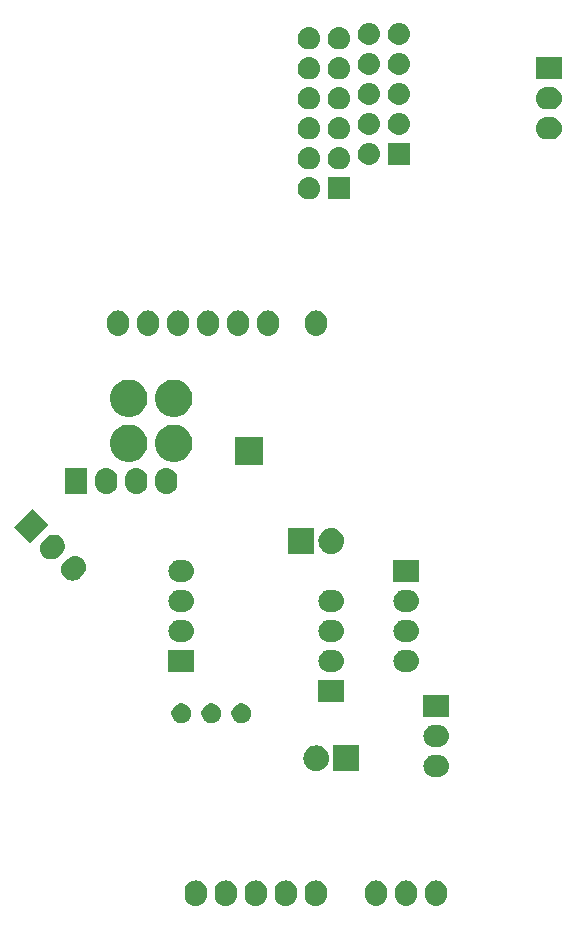
<source format=gbs>
G04 #@! TF.GenerationSoftware,KiCad,Pcbnew,5.0.2+dfsg1-1~bpo9+1*
G04 #@! TF.CreationDate,2019-11-08T21:31:29-05:00*
G04 #@! TF.ProjectId,uno,756e6f2e-6b69-4636-9164-5f7063625858,v1.0*
G04 #@! TF.SameCoordinates,Original*
G04 #@! TF.FileFunction,Soldermask,Bot*
G04 #@! TF.FilePolarity,Negative*
%FSLAX46Y46*%
G04 Gerber Fmt 4.6, Leading zero omitted, Abs format (unit mm)*
G04 Created by KiCad (PCBNEW 5.0.2+dfsg1-1~bpo9+1) date Fri 08 Nov 2019 09:31:29 PM EST*
%MOMM*%
%LPD*%
G01*
G04 APERTURE LIST*
%ADD10C,0.100000*%
G04 APERTURE END LIST*
D10*
G36*
X56013427Y-107506397D02*
X56013429Y-107506398D01*
X56013432Y-107506398D01*
X56190585Y-107560137D01*
X56343312Y-107641771D01*
X56353853Y-107647405D01*
X56496954Y-107764846D01*
X56614395Y-107907947D01*
X56614396Y-107907949D01*
X56701663Y-108071214D01*
X56755402Y-108248367D01*
X56755402Y-108248368D01*
X56755403Y-108248372D01*
X56769000Y-108386426D01*
X56769000Y-108783573D01*
X56755403Y-108921628D01*
X56755402Y-108921631D01*
X56755402Y-108921632D01*
X56701663Y-109098786D01*
X56620030Y-109251511D01*
X56614395Y-109262053D01*
X56496954Y-109405154D01*
X56353853Y-109522595D01*
X56353851Y-109522596D01*
X56190586Y-109609863D01*
X56013433Y-109663602D01*
X56013430Y-109663602D01*
X56013428Y-109663603D01*
X55829200Y-109681748D01*
X55644973Y-109663603D01*
X55644971Y-109663602D01*
X55644968Y-109663602D01*
X55467815Y-109609863D01*
X55304550Y-109522596D01*
X55304548Y-109522595D01*
X55161447Y-109405154D01*
X55044005Y-109262053D01*
X55038371Y-109251511D01*
X54956737Y-109098786D01*
X54902998Y-108921633D01*
X54902998Y-108921630D01*
X54902997Y-108921628D01*
X54889400Y-108783574D01*
X54889400Y-108386427D01*
X54902997Y-108248373D01*
X54902998Y-108248371D01*
X54902998Y-108248368D01*
X54956737Y-108071215D01*
X55044004Y-107907949D01*
X55044005Y-107907947D01*
X55161446Y-107764846D01*
X55304547Y-107647405D01*
X55315089Y-107641771D01*
X55467814Y-107560137D01*
X55644967Y-107506398D01*
X55644970Y-107506398D01*
X55644972Y-107506397D01*
X55829200Y-107488252D01*
X56013427Y-107506397D01*
X56013427Y-107506397D01*
G37*
G36*
X58553427Y-107506397D02*
X58553429Y-107506398D01*
X58553432Y-107506398D01*
X58730585Y-107560137D01*
X58883312Y-107641771D01*
X58893853Y-107647405D01*
X59036954Y-107764846D01*
X59154395Y-107907947D01*
X59154396Y-107907949D01*
X59241663Y-108071214D01*
X59295402Y-108248367D01*
X59295402Y-108248368D01*
X59295403Y-108248372D01*
X59309000Y-108386426D01*
X59309000Y-108783573D01*
X59295403Y-108921628D01*
X59295402Y-108921631D01*
X59295402Y-108921632D01*
X59241663Y-109098786D01*
X59160030Y-109251511D01*
X59154395Y-109262053D01*
X59036954Y-109405154D01*
X58893853Y-109522595D01*
X58893851Y-109522596D01*
X58730586Y-109609863D01*
X58553433Y-109663602D01*
X58553430Y-109663602D01*
X58553428Y-109663603D01*
X58369200Y-109681748D01*
X58184973Y-109663603D01*
X58184971Y-109663602D01*
X58184968Y-109663602D01*
X58007815Y-109609863D01*
X57844550Y-109522596D01*
X57844548Y-109522595D01*
X57701447Y-109405154D01*
X57584005Y-109262053D01*
X57578371Y-109251511D01*
X57496737Y-109098786D01*
X57442998Y-108921633D01*
X57442998Y-108921630D01*
X57442997Y-108921628D01*
X57429400Y-108783574D01*
X57429400Y-108386427D01*
X57442997Y-108248373D01*
X57442998Y-108248371D01*
X57442998Y-108248368D01*
X57496737Y-108071215D01*
X57584004Y-107907949D01*
X57584005Y-107907947D01*
X57701446Y-107764846D01*
X57844547Y-107647405D01*
X57855089Y-107641771D01*
X58007814Y-107560137D01*
X58184967Y-107506398D01*
X58184970Y-107506398D01*
X58184972Y-107506397D01*
X58369200Y-107488252D01*
X58553427Y-107506397D01*
X58553427Y-107506397D01*
G37*
G36*
X61093427Y-107506397D02*
X61093429Y-107506398D01*
X61093432Y-107506398D01*
X61270585Y-107560137D01*
X61423312Y-107641771D01*
X61433853Y-107647405D01*
X61576954Y-107764846D01*
X61694395Y-107907947D01*
X61694396Y-107907949D01*
X61781663Y-108071214D01*
X61835402Y-108248367D01*
X61835402Y-108248368D01*
X61835403Y-108248372D01*
X61849000Y-108386426D01*
X61849000Y-108783573D01*
X61835403Y-108921628D01*
X61835402Y-108921631D01*
X61835402Y-108921632D01*
X61781663Y-109098786D01*
X61700030Y-109251511D01*
X61694395Y-109262053D01*
X61576954Y-109405154D01*
X61433853Y-109522595D01*
X61433851Y-109522596D01*
X61270586Y-109609863D01*
X61093433Y-109663602D01*
X61093430Y-109663602D01*
X61093428Y-109663603D01*
X60909200Y-109681748D01*
X60724973Y-109663603D01*
X60724971Y-109663602D01*
X60724968Y-109663602D01*
X60547815Y-109609863D01*
X60384550Y-109522596D01*
X60384548Y-109522595D01*
X60241447Y-109405154D01*
X60124005Y-109262053D01*
X60118371Y-109251511D01*
X60036737Y-109098786D01*
X59982998Y-108921633D01*
X59982998Y-108921630D01*
X59982997Y-108921628D01*
X59969400Y-108783574D01*
X59969400Y-108386427D01*
X59982997Y-108248373D01*
X59982998Y-108248371D01*
X59982998Y-108248368D01*
X60036737Y-108071215D01*
X60124004Y-107907949D01*
X60124005Y-107907947D01*
X60241446Y-107764846D01*
X60384547Y-107647405D01*
X60395089Y-107641771D01*
X60547814Y-107560137D01*
X60724967Y-107506398D01*
X60724970Y-107506398D01*
X60724972Y-107506397D01*
X60909200Y-107488252D01*
X61093427Y-107506397D01*
X61093427Y-107506397D01*
G37*
G36*
X63633427Y-107506397D02*
X63633429Y-107506398D01*
X63633432Y-107506398D01*
X63810585Y-107560137D01*
X63963312Y-107641771D01*
X63973853Y-107647405D01*
X64116954Y-107764846D01*
X64234395Y-107907947D01*
X64234396Y-107907949D01*
X64321663Y-108071214D01*
X64375402Y-108248367D01*
X64375402Y-108248368D01*
X64375403Y-108248372D01*
X64389000Y-108386426D01*
X64389000Y-108783573D01*
X64375403Y-108921628D01*
X64375402Y-108921631D01*
X64375402Y-108921632D01*
X64321663Y-109098786D01*
X64240030Y-109251511D01*
X64234395Y-109262053D01*
X64116954Y-109405154D01*
X63973853Y-109522595D01*
X63973851Y-109522596D01*
X63810586Y-109609863D01*
X63633433Y-109663602D01*
X63633430Y-109663602D01*
X63633428Y-109663603D01*
X63449200Y-109681748D01*
X63264973Y-109663603D01*
X63264971Y-109663602D01*
X63264968Y-109663602D01*
X63087815Y-109609863D01*
X62924550Y-109522596D01*
X62924548Y-109522595D01*
X62781447Y-109405154D01*
X62664005Y-109262053D01*
X62658371Y-109251511D01*
X62576737Y-109098786D01*
X62522998Y-108921633D01*
X62522998Y-108921630D01*
X62522997Y-108921628D01*
X62509400Y-108783574D01*
X62509400Y-108386427D01*
X62522997Y-108248373D01*
X62522998Y-108248371D01*
X62522998Y-108248368D01*
X62576737Y-108071215D01*
X62664004Y-107907949D01*
X62664005Y-107907947D01*
X62781446Y-107764846D01*
X62924547Y-107647405D01*
X62935089Y-107641771D01*
X63087814Y-107560137D01*
X63264967Y-107506398D01*
X63264970Y-107506398D01*
X63264972Y-107506397D01*
X63449200Y-107488252D01*
X63633427Y-107506397D01*
X63633427Y-107506397D01*
G37*
G36*
X66173427Y-107506397D02*
X66173429Y-107506398D01*
X66173432Y-107506398D01*
X66350585Y-107560137D01*
X66503312Y-107641771D01*
X66513853Y-107647405D01*
X66656954Y-107764846D01*
X66774395Y-107907947D01*
X66774396Y-107907949D01*
X66861663Y-108071214D01*
X66915402Y-108248367D01*
X66915402Y-108248368D01*
X66915403Y-108248372D01*
X66929000Y-108386426D01*
X66929000Y-108783573D01*
X66915403Y-108921628D01*
X66915402Y-108921631D01*
X66915402Y-108921632D01*
X66861663Y-109098786D01*
X66780030Y-109251511D01*
X66774395Y-109262053D01*
X66656954Y-109405154D01*
X66513853Y-109522595D01*
X66513851Y-109522596D01*
X66350586Y-109609863D01*
X66173433Y-109663602D01*
X66173430Y-109663602D01*
X66173428Y-109663603D01*
X65989200Y-109681748D01*
X65804973Y-109663603D01*
X65804971Y-109663602D01*
X65804968Y-109663602D01*
X65627815Y-109609863D01*
X65464550Y-109522596D01*
X65464548Y-109522595D01*
X65321447Y-109405154D01*
X65204005Y-109262053D01*
X65198371Y-109251511D01*
X65116737Y-109098786D01*
X65062998Y-108921633D01*
X65062998Y-108921630D01*
X65062997Y-108921628D01*
X65049400Y-108783574D01*
X65049400Y-108386427D01*
X65062997Y-108248373D01*
X65062998Y-108248371D01*
X65062998Y-108248368D01*
X65116737Y-108071215D01*
X65204004Y-107907949D01*
X65204005Y-107907947D01*
X65321446Y-107764846D01*
X65464547Y-107647405D01*
X65475089Y-107641771D01*
X65627814Y-107560137D01*
X65804967Y-107506398D01*
X65804970Y-107506398D01*
X65804972Y-107506397D01*
X65989200Y-107488252D01*
X66173427Y-107506397D01*
X66173427Y-107506397D01*
G37*
G36*
X73818827Y-107506397D02*
X73818829Y-107506398D01*
X73818832Y-107506398D01*
X73995985Y-107560137D01*
X74148712Y-107641771D01*
X74159253Y-107647405D01*
X74302354Y-107764846D01*
X74419795Y-107907947D01*
X74419796Y-107907949D01*
X74507063Y-108071214D01*
X74560802Y-108248367D01*
X74560802Y-108248368D01*
X74560803Y-108248372D01*
X74574400Y-108386426D01*
X74574400Y-108783573D01*
X74560803Y-108921628D01*
X74560802Y-108921631D01*
X74560802Y-108921632D01*
X74507063Y-109098786D01*
X74425430Y-109251511D01*
X74419795Y-109262053D01*
X74302354Y-109405154D01*
X74159253Y-109522595D01*
X74159251Y-109522596D01*
X73995986Y-109609863D01*
X73818833Y-109663602D01*
X73818830Y-109663602D01*
X73818828Y-109663603D01*
X73634600Y-109681748D01*
X73450373Y-109663603D01*
X73450371Y-109663602D01*
X73450368Y-109663602D01*
X73273215Y-109609863D01*
X73109950Y-109522596D01*
X73109948Y-109522595D01*
X72966847Y-109405154D01*
X72849405Y-109262053D01*
X72843771Y-109251511D01*
X72762137Y-109098786D01*
X72708398Y-108921633D01*
X72708398Y-108921630D01*
X72708397Y-108921628D01*
X72694800Y-108783574D01*
X72694800Y-108386427D01*
X72708397Y-108248373D01*
X72708398Y-108248371D01*
X72708398Y-108248368D01*
X72762137Y-108071215D01*
X72849404Y-107907949D01*
X72849405Y-107907947D01*
X72966846Y-107764846D01*
X73109947Y-107647405D01*
X73120489Y-107641771D01*
X73273214Y-107560137D01*
X73450367Y-107506398D01*
X73450370Y-107506398D01*
X73450372Y-107506397D01*
X73634600Y-107488252D01*
X73818827Y-107506397D01*
X73818827Y-107506397D01*
G37*
G36*
X71278827Y-107506397D02*
X71278829Y-107506398D01*
X71278832Y-107506398D01*
X71455985Y-107560137D01*
X71608712Y-107641771D01*
X71619253Y-107647405D01*
X71762354Y-107764846D01*
X71879795Y-107907947D01*
X71879796Y-107907949D01*
X71967063Y-108071214D01*
X72020802Y-108248367D01*
X72020802Y-108248368D01*
X72020803Y-108248372D01*
X72034400Y-108386426D01*
X72034400Y-108783573D01*
X72020803Y-108921628D01*
X72020802Y-108921631D01*
X72020802Y-108921632D01*
X71967063Y-109098786D01*
X71885430Y-109251511D01*
X71879795Y-109262053D01*
X71762354Y-109405154D01*
X71619253Y-109522595D01*
X71619251Y-109522596D01*
X71455986Y-109609863D01*
X71278833Y-109663602D01*
X71278830Y-109663602D01*
X71278828Y-109663603D01*
X71094600Y-109681748D01*
X70910373Y-109663603D01*
X70910371Y-109663602D01*
X70910368Y-109663602D01*
X70733215Y-109609863D01*
X70569950Y-109522596D01*
X70569948Y-109522595D01*
X70426847Y-109405154D01*
X70309405Y-109262053D01*
X70303771Y-109251511D01*
X70222137Y-109098786D01*
X70168398Y-108921633D01*
X70168398Y-108921630D01*
X70168397Y-108921628D01*
X70154800Y-108783574D01*
X70154800Y-108386427D01*
X70168397Y-108248373D01*
X70168398Y-108248371D01*
X70168398Y-108248368D01*
X70222137Y-108071215D01*
X70309404Y-107907949D01*
X70309405Y-107907947D01*
X70426846Y-107764846D01*
X70569947Y-107647405D01*
X70580489Y-107641771D01*
X70733214Y-107560137D01*
X70910367Y-107506398D01*
X70910370Y-107506398D01*
X70910372Y-107506397D01*
X71094600Y-107488252D01*
X71278827Y-107506397D01*
X71278827Y-107506397D01*
G37*
G36*
X76358827Y-107506397D02*
X76358829Y-107506398D01*
X76358832Y-107506398D01*
X76535985Y-107560137D01*
X76688712Y-107641771D01*
X76699253Y-107647405D01*
X76842354Y-107764846D01*
X76959795Y-107907947D01*
X76959796Y-107907949D01*
X77047063Y-108071214D01*
X77100802Y-108248367D01*
X77100802Y-108248368D01*
X77100803Y-108248372D01*
X77114400Y-108386426D01*
X77114400Y-108783573D01*
X77100803Y-108921628D01*
X77100802Y-108921631D01*
X77100802Y-108921632D01*
X77047063Y-109098786D01*
X76965430Y-109251511D01*
X76959795Y-109262053D01*
X76842354Y-109405154D01*
X76699253Y-109522595D01*
X76699251Y-109522596D01*
X76535986Y-109609863D01*
X76358833Y-109663602D01*
X76358830Y-109663602D01*
X76358828Y-109663603D01*
X76174600Y-109681748D01*
X75990373Y-109663603D01*
X75990371Y-109663602D01*
X75990368Y-109663602D01*
X75813215Y-109609863D01*
X75649950Y-109522596D01*
X75649948Y-109522595D01*
X75506847Y-109405154D01*
X75389405Y-109262053D01*
X75383771Y-109251511D01*
X75302137Y-109098786D01*
X75248398Y-108921633D01*
X75248398Y-108921630D01*
X75248397Y-108921628D01*
X75234800Y-108783574D01*
X75234800Y-108386427D01*
X75248397Y-108248373D01*
X75248398Y-108248371D01*
X75248398Y-108248368D01*
X75302137Y-108071215D01*
X75389404Y-107907949D01*
X75389405Y-107907947D01*
X75506846Y-107764846D01*
X75649947Y-107647405D01*
X75660489Y-107641771D01*
X75813214Y-107560137D01*
X75990367Y-107506398D01*
X75990370Y-107506398D01*
X75990372Y-107506397D01*
X76174600Y-107488252D01*
X76358827Y-107506397D01*
X76358827Y-107506397D01*
G37*
G36*
X76536628Y-96863797D02*
X76536630Y-96863798D01*
X76536633Y-96863798D01*
X76713786Y-96917537D01*
X76866511Y-96999171D01*
X76877053Y-97004805D01*
X77020154Y-97122246D01*
X77137595Y-97265347D01*
X77137596Y-97265349D01*
X77224863Y-97428614D01*
X77278602Y-97605767D01*
X77278602Y-97605770D01*
X77278603Y-97605772D01*
X77296748Y-97790000D01*
X77278603Y-97974228D01*
X77278602Y-97974230D01*
X77278602Y-97974233D01*
X77224863Y-98151386D01*
X77182096Y-98231397D01*
X77137595Y-98314653D01*
X77020154Y-98457754D01*
X76877053Y-98575195D01*
X76877051Y-98575196D01*
X76713786Y-98662463D01*
X76536633Y-98716202D01*
X76536630Y-98716202D01*
X76536628Y-98716203D01*
X76398574Y-98729800D01*
X76001426Y-98729800D01*
X75863372Y-98716203D01*
X75863370Y-98716202D01*
X75863367Y-98716202D01*
X75686214Y-98662463D01*
X75522949Y-98575196D01*
X75522947Y-98575195D01*
X75379846Y-98457754D01*
X75262405Y-98314653D01*
X75217904Y-98231397D01*
X75175137Y-98151386D01*
X75121398Y-97974233D01*
X75121398Y-97974230D01*
X75121397Y-97974228D01*
X75103252Y-97790000D01*
X75121397Y-97605772D01*
X75121398Y-97605770D01*
X75121398Y-97605767D01*
X75175137Y-97428614D01*
X75262404Y-97265349D01*
X75262405Y-97265347D01*
X75379846Y-97122246D01*
X75522947Y-97004805D01*
X75533489Y-96999171D01*
X75686214Y-96917537D01*
X75863367Y-96863798D01*
X75863370Y-96863798D01*
X75863372Y-96863797D01*
X76001426Y-96850200D01*
X76398574Y-96850200D01*
X76536628Y-96863797D01*
X76536628Y-96863797D01*
G37*
G36*
X69672200Y-98247200D02*
X67487800Y-98247200D01*
X67487800Y-96062800D01*
X69672200Y-96062800D01*
X69672200Y-98247200D01*
X69672200Y-98247200D01*
G37*
G36*
X66254105Y-96078603D02*
X66254108Y-96078604D01*
X66254109Y-96078604D01*
X66459989Y-96141057D01*
X66628032Y-96230878D01*
X66649731Y-96242476D01*
X66816038Y-96378962D01*
X66952524Y-96545269D01*
X66952525Y-96545271D01*
X67053943Y-96735011D01*
X67109312Y-96917538D01*
X67116397Y-96940895D01*
X67137485Y-97155000D01*
X67116397Y-97369105D01*
X67116396Y-97369108D01*
X67116396Y-97369109D01*
X67053943Y-97574989D01*
X67037489Y-97605772D01*
X66952524Y-97764731D01*
X66816038Y-97931038D01*
X66649731Y-98067524D01*
X66649729Y-98067525D01*
X66459989Y-98168943D01*
X66254109Y-98231396D01*
X66254108Y-98231396D01*
X66254105Y-98231397D01*
X66093654Y-98247200D01*
X65986346Y-98247200D01*
X65825895Y-98231397D01*
X65825892Y-98231396D01*
X65825891Y-98231396D01*
X65620011Y-98168943D01*
X65430271Y-98067525D01*
X65430269Y-98067524D01*
X65263962Y-97931038D01*
X65127476Y-97764731D01*
X65042511Y-97605772D01*
X65026057Y-97574989D01*
X64963604Y-97369109D01*
X64963604Y-97369108D01*
X64963603Y-97369105D01*
X64942515Y-97155000D01*
X64963603Y-96940895D01*
X64970688Y-96917538D01*
X65026057Y-96735011D01*
X65127475Y-96545271D01*
X65127476Y-96545269D01*
X65263962Y-96378962D01*
X65430269Y-96242476D01*
X65451968Y-96230878D01*
X65620011Y-96141057D01*
X65825891Y-96078604D01*
X65825892Y-96078604D01*
X65825895Y-96078603D01*
X65986346Y-96062800D01*
X66093654Y-96062800D01*
X66254105Y-96078603D01*
X66254105Y-96078603D01*
G37*
G36*
X76536628Y-94323797D02*
X76536630Y-94323798D01*
X76536633Y-94323798D01*
X76713786Y-94377537D01*
X76866511Y-94459170D01*
X76877053Y-94464805D01*
X77020154Y-94582246D01*
X77137595Y-94725347D01*
X77137596Y-94725349D01*
X77224863Y-94888614D01*
X77278602Y-95065767D01*
X77278602Y-95065770D01*
X77278603Y-95065772D01*
X77296748Y-95250000D01*
X77278603Y-95434228D01*
X77278602Y-95434230D01*
X77278602Y-95434233D01*
X77224863Y-95611386D01*
X77143229Y-95764111D01*
X77137595Y-95774653D01*
X77020154Y-95917754D01*
X76877053Y-96035195D01*
X76877051Y-96035196D01*
X76713786Y-96122463D01*
X76536633Y-96176202D01*
X76536630Y-96176202D01*
X76536628Y-96176203D01*
X76398574Y-96189800D01*
X76001426Y-96189800D01*
X75863372Y-96176203D01*
X75863370Y-96176202D01*
X75863367Y-96176202D01*
X75686214Y-96122463D01*
X75522949Y-96035196D01*
X75522947Y-96035195D01*
X75379846Y-95917754D01*
X75262405Y-95774653D01*
X75256771Y-95764111D01*
X75175137Y-95611386D01*
X75121398Y-95434233D01*
X75121398Y-95434230D01*
X75121397Y-95434228D01*
X75103252Y-95250000D01*
X75121397Y-95065772D01*
X75121398Y-95065770D01*
X75121398Y-95065767D01*
X75175137Y-94888614D01*
X75262404Y-94725349D01*
X75262405Y-94725347D01*
X75379846Y-94582246D01*
X75522947Y-94464805D01*
X75533489Y-94459170D01*
X75686214Y-94377537D01*
X75863367Y-94323798D01*
X75863370Y-94323798D01*
X75863372Y-94323797D01*
X76001426Y-94310200D01*
X76398574Y-94310200D01*
X76536628Y-94323797D01*
X76536628Y-94323797D01*
G37*
G36*
X54854494Y-92539011D02*
X55007037Y-92602197D01*
X55144322Y-92693927D01*
X55261073Y-92810678D01*
X55352803Y-92947963D01*
X55415989Y-93100506D01*
X55448200Y-93262444D01*
X55448200Y-93427556D01*
X55415989Y-93589494D01*
X55352803Y-93742037D01*
X55261073Y-93879322D01*
X55144322Y-93996073D01*
X55007037Y-94087803D01*
X54854494Y-94150989D01*
X54692556Y-94183200D01*
X54527444Y-94183200D01*
X54365506Y-94150989D01*
X54212963Y-94087803D01*
X54075678Y-93996073D01*
X53958927Y-93879322D01*
X53867197Y-93742037D01*
X53804011Y-93589494D01*
X53771800Y-93427556D01*
X53771800Y-93262444D01*
X53804011Y-93100506D01*
X53867197Y-92947963D01*
X53958927Y-92810678D01*
X54075678Y-92693927D01*
X54212963Y-92602197D01*
X54365506Y-92539011D01*
X54527444Y-92506800D01*
X54692556Y-92506800D01*
X54854494Y-92539011D01*
X54854494Y-92539011D01*
G37*
G36*
X59934494Y-92539011D02*
X60087037Y-92602197D01*
X60224322Y-92693927D01*
X60341073Y-92810678D01*
X60432803Y-92947963D01*
X60495989Y-93100506D01*
X60528200Y-93262444D01*
X60528200Y-93427556D01*
X60495989Y-93589494D01*
X60432803Y-93742037D01*
X60341073Y-93879322D01*
X60224322Y-93996073D01*
X60087037Y-94087803D01*
X59934494Y-94150989D01*
X59772556Y-94183200D01*
X59607444Y-94183200D01*
X59445506Y-94150989D01*
X59292963Y-94087803D01*
X59155678Y-93996073D01*
X59038927Y-93879322D01*
X58947197Y-93742037D01*
X58884011Y-93589494D01*
X58851800Y-93427556D01*
X58851800Y-93262444D01*
X58884011Y-93100506D01*
X58947197Y-92947963D01*
X59038927Y-92810678D01*
X59155678Y-92693927D01*
X59292963Y-92602197D01*
X59445506Y-92539011D01*
X59607444Y-92506800D01*
X59772556Y-92506800D01*
X59934494Y-92539011D01*
X59934494Y-92539011D01*
G37*
G36*
X57394494Y-92539011D02*
X57547037Y-92602197D01*
X57684322Y-92693927D01*
X57801073Y-92810678D01*
X57892803Y-92947963D01*
X57955989Y-93100506D01*
X57988200Y-93262444D01*
X57988200Y-93427556D01*
X57955989Y-93589494D01*
X57892803Y-93742037D01*
X57801073Y-93879322D01*
X57684322Y-93996073D01*
X57547037Y-94087803D01*
X57394494Y-94150989D01*
X57232556Y-94183200D01*
X57067444Y-94183200D01*
X56905506Y-94150989D01*
X56752963Y-94087803D01*
X56615678Y-93996073D01*
X56498927Y-93879322D01*
X56407197Y-93742037D01*
X56344011Y-93589494D01*
X56311800Y-93427556D01*
X56311800Y-93262444D01*
X56344011Y-93100506D01*
X56407197Y-92947963D01*
X56498927Y-92810678D01*
X56615678Y-92693927D01*
X56752963Y-92602197D01*
X56905506Y-92539011D01*
X57067444Y-92506800D01*
X57232556Y-92506800D01*
X57394494Y-92539011D01*
X57394494Y-92539011D01*
G37*
G36*
X77292200Y-93649800D02*
X75107800Y-93649800D01*
X75107800Y-91770200D01*
X77292200Y-91770200D01*
X77292200Y-93649800D01*
X77292200Y-93649800D01*
G37*
G36*
X68402200Y-92379800D02*
X66217800Y-92379800D01*
X66217800Y-90500200D01*
X68402200Y-90500200D01*
X68402200Y-92379800D01*
X68402200Y-92379800D01*
G37*
G36*
X67646628Y-87973797D02*
X67646630Y-87973798D01*
X67646633Y-87973798D01*
X67823786Y-88027537D01*
X67976511Y-88109171D01*
X67987053Y-88114805D01*
X68130154Y-88232246D01*
X68247595Y-88375347D01*
X68247596Y-88375349D01*
X68334863Y-88538614D01*
X68388602Y-88715767D01*
X68388602Y-88715770D01*
X68388603Y-88715772D01*
X68406748Y-88900000D01*
X68388603Y-89084228D01*
X68388602Y-89084230D01*
X68388602Y-89084233D01*
X68334863Y-89261386D01*
X68253230Y-89414111D01*
X68247595Y-89424653D01*
X68130154Y-89567754D01*
X67987053Y-89685195D01*
X67987051Y-89685196D01*
X67823786Y-89772463D01*
X67646633Y-89826202D01*
X67646630Y-89826202D01*
X67646628Y-89826203D01*
X67508574Y-89839800D01*
X67111426Y-89839800D01*
X66973372Y-89826203D01*
X66973370Y-89826202D01*
X66973367Y-89826202D01*
X66796214Y-89772463D01*
X66632949Y-89685196D01*
X66632947Y-89685195D01*
X66489846Y-89567754D01*
X66372405Y-89424653D01*
X66366771Y-89414111D01*
X66285137Y-89261386D01*
X66231398Y-89084233D01*
X66231398Y-89084230D01*
X66231397Y-89084228D01*
X66213252Y-88900000D01*
X66231397Y-88715772D01*
X66231398Y-88715770D01*
X66231398Y-88715767D01*
X66285137Y-88538614D01*
X66372404Y-88375349D01*
X66372405Y-88375347D01*
X66489846Y-88232246D01*
X66632947Y-88114805D01*
X66643489Y-88109171D01*
X66796214Y-88027537D01*
X66973367Y-87973798D01*
X66973370Y-87973798D01*
X66973372Y-87973797D01*
X67111426Y-87960200D01*
X67508574Y-87960200D01*
X67646628Y-87973797D01*
X67646628Y-87973797D01*
G37*
G36*
X55702200Y-89839800D02*
X53517800Y-89839800D01*
X53517800Y-87960200D01*
X55702200Y-87960200D01*
X55702200Y-89839800D01*
X55702200Y-89839800D01*
G37*
G36*
X73996628Y-87973797D02*
X73996630Y-87973798D01*
X73996633Y-87973798D01*
X74173786Y-88027537D01*
X74326511Y-88109171D01*
X74337053Y-88114805D01*
X74480154Y-88232246D01*
X74597595Y-88375347D01*
X74597596Y-88375349D01*
X74684863Y-88538614D01*
X74738602Y-88715767D01*
X74738602Y-88715770D01*
X74738603Y-88715772D01*
X74756748Y-88900000D01*
X74738603Y-89084228D01*
X74738602Y-89084230D01*
X74738602Y-89084233D01*
X74684863Y-89261386D01*
X74603230Y-89414111D01*
X74597595Y-89424653D01*
X74480154Y-89567754D01*
X74337053Y-89685195D01*
X74337051Y-89685196D01*
X74173786Y-89772463D01*
X73996633Y-89826202D01*
X73996630Y-89826202D01*
X73996628Y-89826203D01*
X73858574Y-89839800D01*
X73461426Y-89839800D01*
X73323372Y-89826203D01*
X73323370Y-89826202D01*
X73323367Y-89826202D01*
X73146214Y-89772463D01*
X72982949Y-89685196D01*
X72982947Y-89685195D01*
X72839846Y-89567754D01*
X72722405Y-89424653D01*
X72716771Y-89414111D01*
X72635137Y-89261386D01*
X72581398Y-89084233D01*
X72581398Y-89084230D01*
X72581397Y-89084228D01*
X72563252Y-88900000D01*
X72581397Y-88715772D01*
X72581398Y-88715770D01*
X72581398Y-88715767D01*
X72635137Y-88538614D01*
X72722404Y-88375349D01*
X72722405Y-88375347D01*
X72839846Y-88232246D01*
X72982947Y-88114805D01*
X72993489Y-88109171D01*
X73146214Y-88027537D01*
X73323367Y-87973798D01*
X73323370Y-87973798D01*
X73323372Y-87973797D01*
X73461426Y-87960200D01*
X73858574Y-87960200D01*
X73996628Y-87973797D01*
X73996628Y-87973797D01*
G37*
G36*
X67646628Y-85433797D02*
X67646630Y-85433798D01*
X67646633Y-85433798D01*
X67823786Y-85487537D01*
X67976511Y-85569170D01*
X67987053Y-85574805D01*
X68130154Y-85692246D01*
X68247595Y-85835347D01*
X68247596Y-85835349D01*
X68334863Y-85998614D01*
X68388602Y-86175767D01*
X68388602Y-86175770D01*
X68388603Y-86175772D01*
X68406748Y-86360000D01*
X68388603Y-86544228D01*
X68388602Y-86544230D01*
X68388602Y-86544233D01*
X68334863Y-86721386D01*
X68253229Y-86874111D01*
X68247595Y-86884653D01*
X68130154Y-87027754D01*
X67987053Y-87145195D01*
X67987051Y-87145196D01*
X67823786Y-87232463D01*
X67646633Y-87286202D01*
X67646630Y-87286202D01*
X67646628Y-87286203D01*
X67508574Y-87299800D01*
X67111426Y-87299800D01*
X66973372Y-87286203D01*
X66973370Y-87286202D01*
X66973367Y-87286202D01*
X66796214Y-87232463D01*
X66632949Y-87145196D01*
X66632947Y-87145195D01*
X66489846Y-87027754D01*
X66372405Y-86884653D01*
X66366771Y-86874111D01*
X66285137Y-86721386D01*
X66231398Y-86544233D01*
X66231398Y-86544230D01*
X66231397Y-86544228D01*
X66213252Y-86360000D01*
X66231397Y-86175772D01*
X66231398Y-86175770D01*
X66231398Y-86175767D01*
X66285137Y-85998614D01*
X66372404Y-85835349D01*
X66372405Y-85835347D01*
X66489846Y-85692246D01*
X66632947Y-85574805D01*
X66643489Y-85569170D01*
X66796214Y-85487537D01*
X66973367Y-85433798D01*
X66973370Y-85433798D01*
X66973372Y-85433797D01*
X67111426Y-85420200D01*
X67508574Y-85420200D01*
X67646628Y-85433797D01*
X67646628Y-85433797D01*
G37*
G36*
X73996628Y-85433797D02*
X73996630Y-85433798D01*
X73996633Y-85433798D01*
X74173786Y-85487537D01*
X74326511Y-85569170D01*
X74337053Y-85574805D01*
X74480154Y-85692246D01*
X74597595Y-85835347D01*
X74597596Y-85835349D01*
X74684863Y-85998614D01*
X74738602Y-86175767D01*
X74738602Y-86175770D01*
X74738603Y-86175772D01*
X74756748Y-86360000D01*
X74738603Y-86544228D01*
X74738602Y-86544230D01*
X74738602Y-86544233D01*
X74684863Y-86721386D01*
X74603229Y-86874111D01*
X74597595Y-86884653D01*
X74480154Y-87027754D01*
X74337053Y-87145195D01*
X74337051Y-87145196D01*
X74173786Y-87232463D01*
X73996633Y-87286202D01*
X73996630Y-87286202D01*
X73996628Y-87286203D01*
X73858574Y-87299800D01*
X73461426Y-87299800D01*
X73323372Y-87286203D01*
X73323370Y-87286202D01*
X73323367Y-87286202D01*
X73146214Y-87232463D01*
X72982949Y-87145196D01*
X72982947Y-87145195D01*
X72839846Y-87027754D01*
X72722405Y-86884653D01*
X72716771Y-86874111D01*
X72635137Y-86721386D01*
X72581398Y-86544233D01*
X72581398Y-86544230D01*
X72581397Y-86544228D01*
X72563252Y-86360000D01*
X72581397Y-86175772D01*
X72581398Y-86175770D01*
X72581398Y-86175767D01*
X72635137Y-85998614D01*
X72722404Y-85835349D01*
X72722405Y-85835347D01*
X72839846Y-85692246D01*
X72982947Y-85574805D01*
X72993489Y-85569170D01*
X73146214Y-85487537D01*
X73323367Y-85433798D01*
X73323370Y-85433798D01*
X73323372Y-85433797D01*
X73461426Y-85420200D01*
X73858574Y-85420200D01*
X73996628Y-85433797D01*
X73996628Y-85433797D01*
G37*
G36*
X54946628Y-85433797D02*
X54946630Y-85433798D01*
X54946633Y-85433798D01*
X55123786Y-85487537D01*
X55276511Y-85569170D01*
X55287053Y-85574805D01*
X55430154Y-85692246D01*
X55547595Y-85835347D01*
X55547596Y-85835349D01*
X55634863Y-85998614D01*
X55688602Y-86175767D01*
X55688602Y-86175770D01*
X55688603Y-86175772D01*
X55706748Y-86360000D01*
X55688603Y-86544228D01*
X55688602Y-86544230D01*
X55688602Y-86544233D01*
X55634863Y-86721386D01*
X55553229Y-86874111D01*
X55547595Y-86884653D01*
X55430154Y-87027754D01*
X55287053Y-87145195D01*
X55287051Y-87145196D01*
X55123786Y-87232463D01*
X54946633Y-87286202D01*
X54946630Y-87286202D01*
X54946628Y-87286203D01*
X54808574Y-87299800D01*
X54411426Y-87299800D01*
X54273372Y-87286203D01*
X54273370Y-87286202D01*
X54273367Y-87286202D01*
X54096214Y-87232463D01*
X53932949Y-87145196D01*
X53932947Y-87145195D01*
X53789846Y-87027754D01*
X53672405Y-86884653D01*
X53666771Y-86874111D01*
X53585137Y-86721386D01*
X53531398Y-86544233D01*
X53531398Y-86544230D01*
X53531397Y-86544228D01*
X53513252Y-86360000D01*
X53531397Y-86175772D01*
X53531398Y-86175770D01*
X53531398Y-86175767D01*
X53585137Y-85998614D01*
X53672404Y-85835349D01*
X53672405Y-85835347D01*
X53789846Y-85692246D01*
X53932947Y-85574805D01*
X53943489Y-85569170D01*
X54096214Y-85487537D01*
X54273367Y-85433798D01*
X54273370Y-85433798D01*
X54273372Y-85433797D01*
X54411426Y-85420200D01*
X54808574Y-85420200D01*
X54946628Y-85433797D01*
X54946628Y-85433797D01*
G37*
G36*
X54946628Y-82893797D02*
X54946630Y-82893798D01*
X54946633Y-82893798D01*
X55123786Y-82947537D01*
X55276511Y-83029171D01*
X55287053Y-83034805D01*
X55430154Y-83152246D01*
X55547595Y-83295347D01*
X55547596Y-83295349D01*
X55634863Y-83458614D01*
X55688602Y-83635767D01*
X55688602Y-83635770D01*
X55688603Y-83635772D01*
X55706748Y-83820000D01*
X55688603Y-84004228D01*
X55688602Y-84004230D01*
X55688602Y-84004233D01*
X55634863Y-84181386D01*
X55553230Y-84334111D01*
X55547595Y-84344653D01*
X55430154Y-84487754D01*
X55287053Y-84605195D01*
X55287051Y-84605196D01*
X55123786Y-84692463D01*
X54946633Y-84746202D01*
X54946630Y-84746202D01*
X54946628Y-84746203D01*
X54808574Y-84759800D01*
X54411426Y-84759800D01*
X54273372Y-84746203D01*
X54273370Y-84746202D01*
X54273367Y-84746202D01*
X54096214Y-84692463D01*
X53932949Y-84605196D01*
X53932947Y-84605195D01*
X53789846Y-84487754D01*
X53672405Y-84344653D01*
X53666770Y-84334111D01*
X53585137Y-84181386D01*
X53531398Y-84004233D01*
X53531398Y-84004230D01*
X53531397Y-84004228D01*
X53513252Y-83820000D01*
X53531397Y-83635772D01*
X53531398Y-83635770D01*
X53531398Y-83635767D01*
X53585137Y-83458614D01*
X53672404Y-83295349D01*
X53672405Y-83295347D01*
X53789846Y-83152246D01*
X53932947Y-83034805D01*
X53943489Y-83029171D01*
X54096214Y-82947537D01*
X54273367Y-82893798D01*
X54273370Y-82893798D01*
X54273372Y-82893797D01*
X54411426Y-82880200D01*
X54808574Y-82880200D01*
X54946628Y-82893797D01*
X54946628Y-82893797D01*
G37*
G36*
X67646628Y-82893797D02*
X67646630Y-82893798D01*
X67646633Y-82893798D01*
X67823786Y-82947537D01*
X67976511Y-83029171D01*
X67987053Y-83034805D01*
X68130154Y-83152246D01*
X68247595Y-83295347D01*
X68247596Y-83295349D01*
X68334863Y-83458614D01*
X68388602Y-83635767D01*
X68388602Y-83635770D01*
X68388603Y-83635772D01*
X68406748Y-83820000D01*
X68388603Y-84004228D01*
X68388602Y-84004230D01*
X68388602Y-84004233D01*
X68334863Y-84181386D01*
X68253230Y-84334111D01*
X68247595Y-84344653D01*
X68130154Y-84487754D01*
X67987053Y-84605195D01*
X67987051Y-84605196D01*
X67823786Y-84692463D01*
X67646633Y-84746202D01*
X67646630Y-84746202D01*
X67646628Y-84746203D01*
X67508574Y-84759800D01*
X67111426Y-84759800D01*
X66973372Y-84746203D01*
X66973370Y-84746202D01*
X66973367Y-84746202D01*
X66796214Y-84692463D01*
X66632949Y-84605196D01*
X66632947Y-84605195D01*
X66489846Y-84487754D01*
X66372405Y-84344653D01*
X66366770Y-84334111D01*
X66285137Y-84181386D01*
X66231398Y-84004233D01*
X66231398Y-84004230D01*
X66231397Y-84004228D01*
X66213252Y-83820000D01*
X66231397Y-83635772D01*
X66231398Y-83635770D01*
X66231398Y-83635767D01*
X66285137Y-83458614D01*
X66372404Y-83295349D01*
X66372405Y-83295347D01*
X66489846Y-83152246D01*
X66632947Y-83034805D01*
X66643489Y-83029171D01*
X66796214Y-82947537D01*
X66973367Y-82893798D01*
X66973370Y-82893798D01*
X66973372Y-82893797D01*
X67111426Y-82880200D01*
X67508574Y-82880200D01*
X67646628Y-82893797D01*
X67646628Y-82893797D01*
G37*
G36*
X73996628Y-82893797D02*
X73996630Y-82893798D01*
X73996633Y-82893798D01*
X74173786Y-82947537D01*
X74326511Y-83029171D01*
X74337053Y-83034805D01*
X74480154Y-83152246D01*
X74597595Y-83295347D01*
X74597596Y-83295349D01*
X74684863Y-83458614D01*
X74738602Y-83635767D01*
X74738602Y-83635770D01*
X74738603Y-83635772D01*
X74756748Y-83820000D01*
X74738603Y-84004228D01*
X74738602Y-84004230D01*
X74738602Y-84004233D01*
X74684863Y-84181386D01*
X74603230Y-84334111D01*
X74597595Y-84344653D01*
X74480154Y-84487754D01*
X74337053Y-84605195D01*
X74337051Y-84605196D01*
X74173786Y-84692463D01*
X73996633Y-84746202D01*
X73996630Y-84746202D01*
X73996628Y-84746203D01*
X73858574Y-84759800D01*
X73461426Y-84759800D01*
X73323372Y-84746203D01*
X73323370Y-84746202D01*
X73323367Y-84746202D01*
X73146214Y-84692463D01*
X72982949Y-84605196D01*
X72982947Y-84605195D01*
X72839846Y-84487754D01*
X72722405Y-84344653D01*
X72716770Y-84334111D01*
X72635137Y-84181386D01*
X72581398Y-84004233D01*
X72581398Y-84004230D01*
X72581397Y-84004228D01*
X72563252Y-83820000D01*
X72581397Y-83635772D01*
X72581398Y-83635770D01*
X72581398Y-83635767D01*
X72635137Y-83458614D01*
X72722404Y-83295349D01*
X72722405Y-83295347D01*
X72839846Y-83152246D01*
X72982947Y-83034805D01*
X72993489Y-83029171D01*
X73146214Y-82947537D01*
X73323367Y-82893798D01*
X73323370Y-82893798D01*
X73323372Y-82893797D01*
X73461426Y-82880200D01*
X73858574Y-82880200D01*
X73996628Y-82893797D01*
X73996628Y-82893797D01*
G37*
G36*
X74752200Y-82219800D02*
X72567800Y-82219800D01*
X72567800Y-80340200D01*
X74752200Y-80340200D01*
X74752200Y-82219800D01*
X74752200Y-82219800D01*
G37*
G36*
X54946628Y-80353797D02*
X54946630Y-80353798D01*
X54946633Y-80353798D01*
X55123786Y-80407537D01*
X55276511Y-80489170D01*
X55287053Y-80494805D01*
X55430154Y-80612246D01*
X55547595Y-80755347D01*
X55547596Y-80755349D01*
X55634863Y-80918614D01*
X55688602Y-81095767D01*
X55688602Y-81095770D01*
X55688603Y-81095772D01*
X55706748Y-81280000D01*
X55688603Y-81464228D01*
X55688602Y-81464230D01*
X55688602Y-81464233D01*
X55634863Y-81641386D01*
X55553229Y-81794111D01*
X55547595Y-81804653D01*
X55430154Y-81947754D01*
X55287053Y-82065195D01*
X55287051Y-82065196D01*
X55123786Y-82152463D01*
X54946633Y-82206202D01*
X54946630Y-82206202D01*
X54946628Y-82206203D01*
X54808574Y-82219800D01*
X54411426Y-82219800D01*
X54273372Y-82206203D01*
X54273370Y-82206202D01*
X54273367Y-82206202D01*
X54096214Y-82152463D01*
X53932949Y-82065196D01*
X53932947Y-82065195D01*
X53789846Y-81947754D01*
X53672405Y-81804653D01*
X53666771Y-81794111D01*
X53585137Y-81641386D01*
X53531398Y-81464233D01*
X53531398Y-81464230D01*
X53531397Y-81464228D01*
X53513252Y-81280000D01*
X53531397Y-81095772D01*
X53531398Y-81095770D01*
X53531398Y-81095767D01*
X53585137Y-80918614D01*
X53672404Y-80755349D01*
X53672405Y-80755347D01*
X53789846Y-80612246D01*
X53932947Y-80494805D01*
X53943489Y-80489170D01*
X54096214Y-80407537D01*
X54273367Y-80353798D01*
X54273370Y-80353798D01*
X54273372Y-80353797D01*
X54411426Y-80340200D01*
X54808574Y-80340200D01*
X54946628Y-80353797D01*
X54946628Y-80353797D01*
G37*
G36*
X45794097Y-80028137D02*
X45858710Y-80047738D01*
X45971251Y-80081876D01*
X46134516Y-80169143D01*
X46277619Y-80286585D01*
X46395061Y-80429688D01*
X46482328Y-80592953D01*
X46516466Y-80705494D01*
X46536067Y-80770107D01*
X46554212Y-80954339D01*
X46536067Y-81138572D01*
X46507932Y-81231319D01*
X46482328Y-81315724D01*
X46395061Y-81478990D01*
X46395060Y-81478991D01*
X46307051Y-81586230D01*
X46026230Y-81867051D01*
X45931494Y-81944799D01*
X45918990Y-81955061D01*
X45755725Y-82042327D01*
X45578572Y-82096066D01*
X45578569Y-82096066D01*
X45578567Y-82096067D01*
X45394339Y-82114212D01*
X45210111Y-82096067D01*
X45210109Y-82096066D01*
X45210106Y-82096066D01*
X45032953Y-82042327D01*
X44869688Y-81955061D01*
X44726585Y-81837619D01*
X44609143Y-81694516D01*
X44521877Y-81531251D01*
X44468138Y-81354098D01*
X44468138Y-81354095D01*
X44468137Y-81354093D01*
X44449992Y-81169865D01*
X44468137Y-80985637D01*
X44468138Y-80985635D01*
X44468138Y-80985632D01*
X44521877Y-80808479D01*
X44609143Y-80645214D01*
X44619405Y-80632710D01*
X44697153Y-80537974D01*
X44977974Y-80257153D01*
X45085213Y-80169144D01*
X45085212Y-80169144D01*
X45085214Y-80169143D01*
X45248480Y-80081876D01*
X45332885Y-80056272D01*
X45425632Y-80028137D01*
X45609865Y-80009992D01*
X45794097Y-80028137D01*
X45794097Y-80028137D01*
G37*
G36*
X43998046Y-78232086D02*
X44062659Y-78251687D01*
X44175200Y-78285825D01*
X44338465Y-78373092D01*
X44481568Y-78490534D01*
X44599010Y-78633637D01*
X44686277Y-78796902D01*
X44719626Y-78906841D01*
X44740016Y-78974056D01*
X44758161Y-79158288D01*
X44740016Y-79342521D01*
X44711881Y-79435268D01*
X44686277Y-79519673D01*
X44599010Y-79682939D01*
X44599009Y-79682940D01*
X44511000Y-79790179D01*
X44230179Y-80071000D01*
X44135443Y-80148748D01*
X44122939Y-80159010D01*
X43959674Y-80246276D01*
X43782521Y-80300015D01*
X43782518Y-80300015D01*
X43782516Y-80300016D01*
X43598288Y-80318161D01*
X43414060Y-80300016D01*
X43414058Y-80300015D01*
X43414055Y-80300015D01*
X43236902Y-80246276D01*
X43073637Y-80159010D01*
X42930534Y-80041568D01*
X42813092Y-79898465D01*
X42725826Y-79735200D01*
X42672087Y-79558047D01*
X42672087Y-79558044D01*
X42672086Y-79558042D01*
X42653941Y-79373814D01*
X42672086Y-79189586D01*
X42672087Y-79189584D01*
X42672087Y-79189581D01*
X42725826Y-79012428D01*
X42813092Y-78849163D01*
X42855982Y-78796902D01*
X42901102Y-78741923D01*
X43181923Y-78461102D01*
X43289162Y-78373093D01*
X43289161Y-78373093D01*
X43289163Y-78373092D01*
X43452429Y-78285825D01*
X43536834Y-78260221D01*
X43629581Y-78232086D01*
X43813814Y-78213941D01*
X43998046Y-78232086D01*
X43998046Y-78232086D01*
G37*
G36*
X65862200Y-79832200D02*
X63677800Y-79832200D01*
X63677800Y-77647800D01*
X65862200Y-77647800D01*
X65862200Y-79832200D01*
X65862200Y-79832200D01*
G37*
G36*
X67524105Y-77663603D02*
X67524108Y-77663604D01*
X67524109Y-77663604D01*
X67729989Y-77726057D01*
X67898032Y-77815878D01*
X67919731Y-77827476D01*
X68086038Y-77963962D01*
X68222524Y-78130269D01*
X68222525Y-78130271D01*
X68323943Y-78320011D01*
X68386396Y-78525891D01*
X68386397Y-78525895D01*
X68407485Y-78740000D01*
X68386397Y-78954105D01*
X68386396Y-78954108D01*
X68386396Y-78954109D01*
X68323943Y-79159989D01*
X68308123Y-79189586D01*
X68222524Y-79349731D01*
X68086038Y-79516038D01*
X67919731Y-79652524D01*
X67919729Y-79652525D01*
X67729989Y-79753943D01*
X67524109Y-79816396D01*
X67524108Y-79816396D01*
X67524105Y-79816397D01*
X67363654Y-79832200D01*
X67256346Y-79832200D01*
X67095895Y-79816397D01*
X67095892Y-79816396D01*
X67095891Y-79816396D01*
X66890011Y-79753943D01*
X66700271Y-79652525D01*
X66700269Y-79652524D01*
X66533962Y-79516038D01*
X66397476Y-79349731D01*
X66311877Y-79189586D01*
X66296057Y-79159989D01*
X66233604Y-78954109D01*
X66233604Y-78954108D01*
X66233603Y-78954105D01*
X66212515Y-78740000D01*
X66233603Y-78525895D01*
X66233604Y-78525891D01*
X66296057Y-78320011D01*
X66397475Y-78130271D01*
X66397476Y-78130269D01*
X66533962Y-77963962D01*
X66700269Y-77827476D01*
X66721968Y-77815878D01*
X66890011Y-77726057D01*
X67095891Y-77663604D01*
X67095892Y-77663604D01*
X67095895Y-77663603D01*
X67256346Y-77647800D01*
X67363654Y-77647800D01*
X67524105Y-77663603D01*
X67524105Y-77663603D01*
G37*
G36*
X43346841Y-77362237D02*
X41802237Y-78906841D01*
X40473159Y-77577763D01*
X42017763Y-76033159D01*
X43346841Y-77362237D01*
X43346841Y-77362237D01*
G37*
G36*
X48444227Y-72581397D02*
X48444229Y-72581398D01*
X48444232Y-72581398D01*
X48621385Y-72635137D01*
X48774112Y-72716771D01*
X48784653Y-72722405D01*
X48927754Y-72839846D01*
X49045195Y-72982947D01*
X49045196Y-72982949D01*
X49132463Y-73146214D01*
X49186202Y-73323367D01*
X49186202Y-73323368D01*
X49186203Y-73323372D01*
X49199800Y-73461426D01*
X49199800Y-73858573D01*
X49186203Y-73996628D01*
X49186202Y-73996631D01*
X49186202Y-73996632D01*
X49132463Y-74173786D01*
X49050829Y-74326511D01*
X49045195Y-74337053D01*
X48927754Y-74480154D01*
X48784653Y-74597595D01*
X48784651Y-74597596D01*
X48621386Y-74684863D01*
X48444233Y-74738602D01*
X48444230Y-74738602D01*
X48444228Y-74738603D01*
X48260000Y-74756748D01*
X48075773Y-74738603D01*
X48075771Y-74738602D01*
X48075768Y-74738602D01*
X47898615Y-74684863D01*
X47735350Y-74597596D01*
X47735348Y-74597595D01*
X47592247Y-74480154D01*
X47474805Y-74337053D01*
X47469170Y-74326511D01*
X47387537Y-74173786D01*
X47333798Y-73996633D01*
X47333798Y-73996630D01*
X47333797Y-73996628D01*
X47320200Y-73858574D01*
X47320200Y-73461427D01*
X47333797Y-73323373D01*
X47333798Y-73323371D01*
X47333798Y-73323368D01*
X47387537Y-73146215D01*
X47474804Y-72982949D01*
X47474805Y-72982947D01*
X47592246Y-72839846D01*
X47735347Y-72722405D01*
X47745889Y-72716771D01*
X47898614Y-72635137D01*
X48075767Y-72581398D01*
X48075770Y-72581398D01*
X48075772Y-72581397D01*
X48260000Y-72563252D01*
X48444227Y-72581397D01*
X48444227Y-72581397D01*
G37*
G36*
X50984227Y-72581397D02*
X50984229Y-72581398D01*
X50984232Y-72581398D01*
X51161385Y-72635137D01*
X51314112Y-72716771D01*
X51324653Y-72722405D01*
X51467754Y-72839846D01*
X51585195Y-72982947D01*
X51585196Y-72982949D01*
X51672463Y-73146214D01*
X51726202Y-73323367D01*
X51726202Y-73323368D01*
X51726203Y-73323372D01*
X51739800Y-73461426D01*
X51739800Y-73858573D01*
X51726203Y-73996628D01*
X51726202Y-73996631D01*
X51726202Y-73996632D01*
X51672463Y-74173786D01*
X51590829Y-74326511D01*
X51585195Y-74337053D01*
X51467754Y-74480154D01*
X51324653Y-74597595D01*
X51324651Y-74597596D01*
X51161386Y-74684863D01*
X50984233Y-74738602D01*
X50984230Y-74738602D01*
X50984228Y-74738603D01*
X50800000Y-74756748D01*
X50615773Y-74738603D01*
X50615771Y-74738602D01*
X50615768Y-74738602D01*
X50438615Y-74684863D01*
X50275350Y-74597596D01*
X50275348Y-74597595D01*
X50132247Y-74480154D01*
X50014805Y-74337053D01*
X50009170Y-74326511D01*
X49927537Y-74173786D01*
X49873798Y-73996633D01*
X49873798Y-73996630D01*
X49873797Y-73996628D01*
X49860200Y-73858574D01*
X49860200Y-73461427D01*
X49873797Y-73323373D01*
X49873798Y-73323371D01*
X49873798Y-73323368D01*
X49927537Y-73146215D01*
X50014804Y-72982949D01*
X50014805Y-72982947D01*
X50132246Y-72839846D01*
X50275347Y-72722405D01*
X50285889Y-72716771D01*
X50438614Y-72635137D01*
X50615767Y-72581398D01*
X50615770Y-72581398D01*
X50615772Y-72581397D01*
X50800000Y-72563252D01*
X50984227Y-72581397D01*
X50984227Y-72581397D01*
G37*
G36*
X53524227Y-72581397D02*
X53524229Y-72581398D01*
X53524232Y-72581398D01*
X53701385Y-72635137D01*
X53854112Y-72716771D01*
X53864653Y-72722405D01*
X54007754Y-72839846D01*
X54125195Y-72982947D01*
X54125196Y-72982949D01*
X54212463Y-73146214D01*
X54266202Y-73323367D01*
X54266202Y-73323368D01*
X54266203Y-73323372D01*
X54279800Y-73461426D01*
X54279800Y-73858573D01*
X54266203Y-73996628D01*
X54266202Y-73996631D01*
X54266202Y-73996632D01*
X54212463Y-74173786D01*
X54130829Y-74326511D01*
X54125195Y-74337053D01*
X54007754Y-74480154D01*
X53864653Y-74597595D01*
X53864651Y-74597596D01*
X53701386Y-74684863D01*
X53524233Y-74738602D01*
X53524230Y-74738602D01*
X53524228Y-74738603D01*
X53340000Y-74756748D01*
X53155773Y-74738603D01*
X53155771Y-74738602D01*
X53155768Y-74738602D01*
X52978615Y-74684863D01*
X52815350Y-74597596D01*
X52815348Y-74597595D01*
X52672247Y-74480154D01*
X52554805Y-74337053D01*
X52549170Y-74326511D01*
X52467537Y-74173786D01*
X52413798Y-73996633D01*
X52413798Y-73996630D01*
X52413797Y-73996628D01*
X52400200Y-73858574D01*
X52400200Y-73461427D01*
X52413797Y-73323373D01*
X52413798Y-73323371D01*
X52413798Y-73323368D01*
X52467537Y-73146215D01*
X52554804Y-72982949D01*
X52554805Y-72982947D01*
X52672246Y-72839846D01*
X52815347Y-72722405D01*
X52825889Y-72716771D01*
X52978614Y-72635137D01*
X53155767Y-72581398D01*
X53155770Y-72581398D01*
X53155772Y-72581397D01*
X53340000Y-72563252D01*
X53524227Y-72581397D01*
X53524227Y-72581397D01*
G37*
G36*
X46659800Y-74752200D02*
X44780200Y-74752200D01*
X44780200Y-72567800D01*
X46659800Y-72567800D01*
X46659800Y-74752200D01*
X46659800Y-74752200D01*
G37*
G36*
X61518800Y-72313800D02*
X59131200Y-72313800D01*
X59131200Y-69926200D01*
X61518800Y-69926200D01*
X61518800Y-72313800D01*
X61518800Y-72313800D01*
G37*
G36*
X50624724Y-68969497D02*
X50911547Y-69088303D01*
X51169687Y-69260787D01*
X51389213Y-69480313D01*
X51561697Y-69738453D01*
X51680503Y-70025276D01*
X51741070Y-70329770D01*
X51741070Y-70640230D01*
X51680503Y-70944724D01*
X51561697Y-71231547D01*
X51389213Y-71489687D01*
X51169687Y-71709213D01*
X50911547Y-71881697D01*
X50624724Y-72000503D01*
X50320230Y-72061070D01*
X50009770Y-72061070D01*
X49705276Y-72000503D01*
X49418453Y-71881697D01*
X49160313Y-71709213D01*
X48940787Y-71489687D01*
X48768303Y-71231547D01*
X48649497Y-70944724D01*
X48588930Y-70640230D01*
X48588930Y-70329770D01*
X48649497Y-70025276D01*
X48768303Y-69738453D01*
X48940787Y-69480313D01*
X49160313Y-69260787D01*
X49418453Y-69088303D01*
X49705276Y-68969497D01*
X50009770Y-68908930D01*
X50320230Y-68908930D01*
X50624724Y-68969497D01*
X50624724Y-68969497D01*
G37*
G36*
X54434724Y-68969497D02*
X54721547Y-69088303D01*
X54979687Y-69260787D01*
X55199213Y-69480313D01*
X55371697Y-69738453D01*
X55490503Y-70025276D01*
X55551070Y-70329770D01*
X55551070Y-70640230D01*
X55490503Y-70944724D01*
X55371697Y-71231547D01*
X55199213Y-71489687D01*
X54979687Y-71709213D01*
X54721547Y-71881697D01*
X54434724Y-72000503D01*
X54130230Y-72061070D01*
X53819770Y-72061070D01*
X53515276Y-72000503D01*
X53228453Y-71881697D01*
X52970313Y-71709213D01*
X52750787Y-71489687D01*
X52578303Y-71231547D01*
X52459497Y-70944724D01*
X52398930Y-70640230D01*
X52398930Y-70329770D01*
X52459497Y-70025276D01*
X52578303Y-69738453D01*
X52750787Y-69480313D01*
X52970313Y-69260787D01*
X53228453Y-69088303D01*
X53515276Y-68969497D01*
X53819770Y-68908930D01*
X54130230Y-68908930D01*
X54434724Y-68969497D01*
X54434724Y-68969497D01*
G37*
G36*
X50624724Y-65159497D02*
X50911547Y-65278303D01*
X51169687Y-65450787D01*
X51389213Y-65670313D01*
X51561697Y-65928453D01*
X51680503Y-66215276D01*
X51741070Y-66519770D01*
X51741070Y-66830230D01*
X51680503Y-67134724D01*
X51561697Y-67421547D01*
X51389213Y-67679687D01*
X51169687Y-67899213D01*
X50911547Y-68071697D01*
X50624724Y-68190503D01*
X50320230Y-68251070D01*
X50009770Y-68251070D01*
X49705276Y-68190503D01*
X49418453Y-68071697D01*
X49160313Y-67899213D01*
X48940787Y-67679687D01*
X48768303Y-67421547D01*
X48649497Y-67134724D01*
X48588930Y-66830230D01*
X48588930Y-66519770D01*
X48649497Y-66215276D01*
X48768303Y-65928453D01*
X48940787Y-65670313D01*
X49160313Y-65450787D01*
X49418453Y-65278303D01*
X49705276Y-65159497D01*
X50009770Y-65098930D01*
X50320230Y-65098930D01*
X50624724Y-65159497D01*
X50624724Y-65159497D01*
G37*
G36*
X54434724Y-65159497D02*
X54721547Y-65278303D01*
X54979687Y-65450787D01*
X55199213Y-65670313D01*
X55371697Y-65928453D01*
X55490503Y-66215276D01*
X55551070Y-66519770D01*
X55551070Y-66830230D01*
X55490503Y-67134724D01*
X55371697Y-67421547D01*
X55199213Y-67679687D01*
X54979687Y-67899213D01*
X54721547Y-68071697D01*
X54434724Y-68190503D01*
X54130230Y-68251070D01*
X53819770Y-68251070D01*
X53515276Y-68190503D01*
X53228453Y-68071697D01*
X52970313Y-67899213D01*
X52750787Y-67679687D01*
X52578303Y-67421547D01*
X52459497Y-67134724D01*
X52398930Y-66830230D01*
X52398930Y-66519770D01*
X52459497Y-66215276D01*
X52578303Y-65928453D01*
X52750787Y-65670313D01*
X52970313Y-65450787D01*
X53228453Y-65278303D01*
X53515276Y-65159497D01*
X53819770Y-65098930D01*
X54130230Y-65098930D01*
X54434724Y-65159497D01*
X54434724Y-65159497D01*
G37*
G36*
X62134827Y-59246397D02*
X62134829Y-59246398D01*
X62134832Y-59246398D01*
X62311985Y-59300137D01*
X62464712Y-59381771D01*
X62475253Y-59387405D01*
X62618354Y-59504846D01*
X62735795Y-59647947D01*
X62735796Y-59647949D01*
X62823063Y-59811214D01*
X62876802Y-59988367D01*
X62876802Y-59988368D01*
X62876803Y-59988372D01*
X62890400Y-60126426D01*
X62890400Y-60523573D01*
X62876803Y-60661628D01*
X62876802Y-60661631D01*
X62876802Y-60661632D01*
X62823063Y-60838786D01*
X62741430Y-60991511D01*
X62735795Y-61002053D01*
X62618354Y-61145154D01*
X62475253Y-61262595D01*
X62475251Y-61262596D01*
X62311986Y-61349863D01*
X62134833Y-61403602D01*
X62134830Y-61403602D01*
X62134828Y-61403603D01*
X61950600Y-61421748D01*
X61766373Y-61403603D01*
X61766371Y-61403602D01*
X61766368Y-61403602D01*
X61589215Y-61349863D01*
X61425950Y-61262596D01*
X61425948Y-61262595D01*
X61282847Y-61145154D01*
X61165405Y-61002053D01*
X61159770Y-60991511D01*
X61078137Y-60838786D01*
X61024398Y-60661633D01*
X61024398Y-60661630D01*
X61024397Y-60661628D01*
X61010800Y-60523574D01*
X61010800Y-60126427D01*
X61024397Y-59988373D01*
X61024398Y-59988371D01*
X61024398Y-59988368D01*
X61078137Y-59811215D01*
X61165404Y-59647949D01*
X61165405Y-59647947D01*
X61282846Y-59504846D01*
X61425947Y-59387405D01*
X61436489Y-59381771D01*
X61589214Y-59300137D01*
X61766367Y-59246398D01*
X61766370Y-59246398D01*
X61766372Y-59246397D01*
X61950600Y-59228252D01*
X62134827Y-59246397D01*
X62134827Y-59246397D01*
G37*
G36*
X66198827Y-59246397D02*
X66198829Y-59246398D01*
X66198832Y-59246398D01*
X66375985Y-59300137D01*
X66528712Y-59381771D01*
X66539253Y-59387405D01*
X66682354Y-59504846D01*
X66799795Y-59647947D01*
X66799796Y-59647949D01*
X66887063Y-59811214D01*
X66940802Y-59988367D01*
X66940802Y-59988368D01*
X66940803Y-59988372D01*
X66954400Y-60126426D01*
X66954400Y-60523573D01*
X66940803Y-60661628D01*
X66940802Y-60661631D01*
X66940802Y-60661632D01*
X66887063Y-60838786D01*
X66805430Y-60991511D01*
X66799795Y-61002053D01*
X66682354Y-61145154D01*
X66539253Y-61262595D01*
X66539251Y-61262596D01*
X66375986Y-61349863D01*
X66198833Y-61403602D01*
X66198830Y-61403602D01*
X66198828Y-61403603D01*
X66014600Y-61421748D01*
X65830373Y-61403603D01*
X65830371Y-61403602D01*
X65830368Y-61403602D01*
X65653215Y-61349863D01*
X65489950Y-61262596D01*
X65489948Y-61262595D01*
X65346847Y-61145154D01*
X65229405Y-61002053D01*
X65223770Y-60991511D01*
X65142137Y-60838786D01*
X65088398Y-60661633D01*
X65088398Y-60661630D01*
X65088397Y-60661628D01*
X65074800Y-60523574D01*
X65074800Y-60126427D01*
X65088397Y-59988373D01*
X65088398Y-59988371D01*
X65088398Y-59988368D01*
X65142137Y-59811215D01*
X65229404Y-59647949D01*
X65229405Y-59647947D01*
X65346846Y-59504846D01*
X65489947Y-59387405D01*
X65500489Y-59381771D01*
X65653214Y-59300137D01*
X65830367Y-59246398D01*
X65830370Y-59246398D01*
X65830372Y-59246397D01*
X66014600Y-59228252D01*
X66198827Y-59246397D01*
X66198827Y-59246397D01*
G37*
G36*
X59594827Y-59246397D02*
X59594829Y-59246398D01*
X59594832Y-59246398D01*
X59771985Y-59300137D01*
X59924712Y-59381771D01*
X59935253Y-59387405D01*
X60078354Y-59504846D01*
X60195795Y-59647947D01*
X60195796Y-59647949D01*
X60283063Y-59811214D01*
X60336802Y-59988367D01*
X60336802Y-59988368D01*
X60336803Y-59988372D01*
X60350400Y-60126426D01*
X60350400Y-60523573D01*
X60336803Y-60661628D01*
X60336802Y-60661631D01*
X60336802Y-60661632D01*
X60283063Y-60838786D01*
X60201430Y-60991511D01*
X60195795Y-61002053D01*
X60078354Y-61145154D01*
X59935253Y-61262595D01*
X59935251Y-61262596D01*
X59771986Y-61349863D01*
X59594833Y-61403602D01*
X59594830Y-61403602D01*
X59594828Y-61403603D01*
X59410600Y-61421748D01*
X59226373Y-61403603D01*
X59226371Y-61403602D01*
X59226368Y-61403602D01*
X59049215Y-61349863D01*
X58885950Y-61262596D01*
X58885948Y-61262595D01*
X58742847Y-61145154D01*
X58625405Y-61002053D01*
X58619770Y-60991511D01*
X58538137Y-60838786D01*
X58484398Y-60661633D01*
X58484398Y-60661630D01*
X58484397Y-60661628D01*
X58470800Y-60523574D01*
X58470800Y-60126427D01*
X58484397Y-59988373D01*
X58484398Y-59988371D01*
X58484398Y-59988368D01*
X58538137Y-59811215D01*
X58625404Y-59647949D01*
X58625405Y-59647947D01*
X58742846Y-59504846D01*
X58885947Y-59387405D01*
X58896489Y-59381771D01*
X59049214Y-59300137D01*
X59226367Y-59246398D01*
X59226370Y-59246398D01*
X59226372Y-59246397D01*
X59410600Y-59228252D01*
X59594827Y-59246397D01*
X59594827Y-59246397D01*
G37*
G36*
X57054827Y-59246397D02*
X57054829Y-59246398D01*
X57054832Y-59246398D01*
X57231985Y-59300137D01*
X57384712Y-59381771D01*
X57395253Y-59387405D01*
X57538354Y-59504846D01*
X57655795Y-59647947D01*
X57655796Y-59647949D01*
X57743063Y-59811214D01*
X57796802Y-59988367D01*
X57796802Y-59988368D01*
X57796803Y-59988372D01*
X57810400Y-60126426D01*
X57810400Y-60523573D01*
X57796803Y-60661628D01*
X57796802Y-60661631D01*
X57796802Y-60661632D01*
X57743063Y-60838786D01*
X57661430Y-60991511D01*
X57655795Y-61002053D01*
X57538354Y-61145154D01*
X57395253Y-61262595D01*
X57395251Y-61262596D01*
X57231986Y-61349863D01*
X57054833Y-61403602D01*
X57054830Y-61403602D01*
X57054828Y-61403603D01*
X56870600Y-61421748D01*
X56686373Y-61403603D01*
X56686371Y-61403602D01*
X56686368Y-61403602D01*
X56509215Y-61349863D01*
X56345950Y-61262596D01*
X56345948Y-61262595D01*
X56202847Y-61145154D01*
X56085405Y-61002053D01*
X56079770Y-60991511D01*
X55998137Y-60838786D01*
X55944398Y-60661633D01*
X55944398Y-60661630D01*
X55944397Y-60661628D01*
X55930800Y-60523574D01*
X55930800Y-60126427D01*
X55944397Y-59988373D01*
X55944398Y-59988371D01*
X55944398Y-59988368D01*
X55998137Y-59811215D01*
X56085404Y-59647949D01*
X56085405Y-59647947D01*
X56202846Y-59504846D01*
X56345947Y-59387405D01*
X56356489Y-59381771D01*
X56509214Y-59300137D01*
X56686367Y-59246398D01*
X56686370Y-59246398D01*
X56686372Y-59246397D01*
X56870600Y-59228252D01*
X57054827Y-59246397D01*
X57054827Y-59246397D01*
G37*
G36*
X54514827Y-59246397D02*
X54514829Y-59246398D01*
X54514832Y-59246398D01*
X54691985Y-59300137D01*
X54844712Y-59381771D01*
X54855253Y-59387405D01*
X54998354Y-59504846D01*
X55115795Y-59647947D01*
X55115796Y-59647949D01*
X55203063Y-59811214D01*
X55256802Y-59988367D01*
X55256802Y-59988368D01*
X55256803Y-59988372D01*
X55270400Y-60126426D01*
X55270400Y-60523573D01*
X55256803Y-60661628D01*
X55256802Y-60661631D01*
X55256802Y-60661632D01*
X55203063Y-60838786D01*
X55121430Y-60991511D01*
X55115795Y-61002053D01*
X54998354Y-61145154D01*
X54855253Y-61262595D01*
X54855251Y-61262596D01*
X54691986Y-61349863D01*
X54514833Y-61403602D01*
X54514830Y-61403602D01*
X54514828Y-61403603D01*
X54330600Y-61421748D01*
X54146373Y-61403603D01*
X54146371Y-61403602D01*
X54146368Y-61403602D01*
X53969215Y-61349863D01*
X53805950Y-61262596D01*
X53805948Y-61262595D01*
X53662847Y-61145154D01*
X53545405Y-61002053D01*
X53539770Y-60991511D01*
X53458137Y-60838786D01*
X53404398Y-60661633D01*
X53404398Y-60661630D01*
X53404397Y-60661628D01*
X53390800Y-60523574D01*
X53390800Y-60126427D01*
X53404397Y-59988373D01*
X53404398Y-59988371D01*
X53404398Y-59988368D01*
X53458137Y-59811215D01*
X53545404Y-59647949D01*
X53545405Y-59647947D01*
X53662846Y-59504846D01*
X53805947Y-59387405D01*
X53816489Y-59381771D01*
X53969214Y-59300137D01*
X54146367Y-59246398D01*
X54146370Y-59246398D01*
X54146372Y-59246397D01*
X54330600Y-59228252D01*
X54514827Y-59246397D01*
X54514827Y-59246397D01*
G37*
G36*
X51974827Y-59246397D02*
X51974829Y-59246398D01*
X51974832Y-59246398D01*
X52151985Y-59300137D01*
X52304712Y-59381771D01*
X52315253Y-59387405D01*
X52458354Y-59504846D01*
X52575795Y-59647947D01*
X52575796Y-59647949D01*
X52663063Y-59811214D01*
X52716802Y-59988367D01*
X52716802Y-59988368D01*
X52716803Y-59988372D01*
X52730400Y-60126426D01*
X52730400Y-60523573D01*
X52716803Y-60661628D01*
X52716802Y-60661631D01*
X52716802Y-60661632D01*
X52663063Y-60838786D01*
X52581430Y-60991511D01*
X52575795Y-61002053D01*
X52458354Y-61145154D01*
X52315253Y-61262595D01*
X52315251Y-61262596D01*
X52151986Y-61349863D01*
X51974833Y-61403602D01*
X51974830Y-61403602D01*
X51974828Y-61403603D01*
X51790600Y-61421748D01*
X51606373Y-61403603D01*
X51606371Y-61403602D01*
X51606368Y-61403602D01*
X51429215Y-61349863D01*
X51265950Y-61262596D01*
X51265948Y-61262595D01*
X51122847Y-61145154D01*
X51005405Y-61002053D01*
X50999770Y-60991511D01*
X50918137Y-60838786D01*
X50864398Y-60661633D01*
X50864398Y-60661630D01*
X50864397Y-60661628D01*
X50850800Y-60523574D01*
X50850800Y-60126427D01*
X50864397Y-59988373D01*
X50864398Y-59988371D01*
X50864398Y-59988368D01*
X50918137Y-59811215D01*
X51005404Y-59647949D01*
X51005405Y-59647947D01*
X51122846Y-59504846D01*
X51265947Y-59387405D01*
X51276489Y-59381771D01*
X51429214Y-59300137D01*
X51606367Y-59246398D01*
X51606370Y-59246398D01*
X51606372Y-59246397D01*
X51790600Y-59228252D01*
X51974827Y-59246397D01*
X51974827Y-59246397D01*
G37*
G36*
X49434827Y-59246397D02*
X49434829Y-59246398D01*
X49434832Y-59246398D01*
X49611985Y-59300137D01*
X49764712Y-59381771D01*
X49775253Y-59387405D01*
X49918354Y-59504846D01*
X50035795Y-59647947D01*
X50035796Y-59647949D01*
X50123063Y-59811214D01*
X50176802Y-59988367D01*
X50176802Y-59988368D01*
X50176803Y-59988372D01*
X50190400Y-60126426D01*
X50190400Y-60523573D01*
X50176803Y-60661628D01*
X50176802Y-60661631D01*
X50176802Y-60661632D01*
X50123063Y-60838786D01*
X50041430Y-60991511D01*
X50035795Y-61002053D01*
X49918354Y-61145154D01*
X49775253Y-61262595D01*
X49775251Y-61262596D01*
X49611986Y-61349863D01*
X49434833Y-61403602D01*
X49434830Y-61403602D01*
X49434828Y-61403603D01*
X49250600Y-61421748D01*
X49066373Y-61403603D01*
X49066371Y-61403602D01*
X49066368Y-61403602D01*
X48889215Y-61349863D01*
X48725950Y-61262596D01*
X48725948Y-61262595D01*
X48582847Y-61145154D01*
X48465405Y-61002053D01*
X48459770Y-60991511D01*
X48378137Y-60838786D01*
X48324398Y-60661633D01*
X48324398Y-60661630D01*
X48324397Y-60661628D01*
X48310800Y-60523574D01*
X48310800Y-60126427D01*
X48324397Y-59988373D01*
X48324398Y-59988371D01*
X48324398Y-59988368D01*
X48378137Y-59811215D01*
X48465404Y-59647949D01*
X48465405Y-59647947D01*
X48582846Y-59504846D01*
X48725947Y-59387405D01*
X48736489Y-59381771D01*
X48889214Y-59300137D01*
X49066367Y-59246398D01*
X49066370Y-59246398D01*
X49066372Y-59246397D01*
X49250600Y-59228252D01*
X49434827Y-59246397D01*
X49434827Y-59246397D01*
G37*
G36*
X68884800Y-49834800D02*
X67005200Y-49834800D01*
X67005200Y-47955200D01*
X68884800Y-47955200D01*
X68884800Y-49834800D01*
X68884800Y-49834800D01*
G37*
G36*
X65589228Y-47968797D02*
X65589230Y-47968798D01*
X65589233Y-47968798D01*
X65766386Y-48022537D01*
X65919111Y-48104171D01*
X65929653Y-48109805D01*
X66072754Y-48227246D01*
X66190195Y-48370347D01*
X66190196Y-48370349D01*
X66277463Y-48533614D01*
X66331202Y-48710767D01*
X66331202Y-48710770D01*
X66331203Y-48710772D01*
X66349348Y-48895000D01*
X66331203Y-49079228D01*
X66331202Y-49079230D01*
X66331202Y-49079233D01*
X66277463Y-49256386D01*
X66195829Y-49409111D01*
X66190195Y-49419653D01*
X66072754Y-49562754D01*
X65929653Y-49680195D01*
X65929651Y-49680196D01*
X65766386Y-49767463D01*
X65589233Y-49821202D01*
X65589230Y-49821202D01*
X65589228Y-49821203D01*
X65451174Y-49834800D01*
X65358826Y-49834800D01*
X65220772Y-49821203D01*
X65220770Y-49821202D01*
X65220767Y-49821202D01*
X65043614Y-49767463D01*
X64880349Y-49680196D01*
X64880347Y-49680195D01*
X64737246Y-49562754D01*
X64619805Y-49419653D01*
X64614171Y-49409111D01*
X64532537Y-49256386D01*
X64478798Y-49079233D01*
X64478798Y-49079230D01*
X64478797Y-49079228D01*
X64460652Y-48895000D01*
X64478797Y-48710772D01*
X64478798Y-48710770D01*
X64478798Y-48710767D01*
X64532537Y-48533614D01*
X64619804Y-48370349D01*
X64619805Y-48370347D01*
X64737246Y-48227246D01*
X64880347Y-48109805D01*
X64890889Y-48104171D01*
X65043614Y-48022537D01*
X65220767Y-47968798D01*
X65220770Y-47968798D01*
X65220772Y-47968797D01*
X65358826Y-47955200D01*
X65451174Y-47955200D01*
X65589228Y-47968797D01*
X65589228Y-47968797D01*
G37*
G36*
X65589228Y-45428797D02*
X65589230Y-45428798D01*
X65589233Y-45428798D01*
X65766386Y-45482537D01*
X65919111Y-45564170D01*
X65929653Y-45569805D01*
X66072754Y-45687246D01*
X66190195Y-45830347D01*
X66190196Y-45830349D01*
X66277463Y-45993614D01*
X66331202Y-46170767D01*
X66331202Y-46170770D01*
X66331203Y-46170772D01*
X66349348Y-46355000D01*
X66331203Y-46539228D01*
X66331202Y-46539230D01*
X66331202Y-46539233D01*
X66277463Y-46716386D01*
X66207936Y-46846462D01*
X66190195Y-46879653D01*
X66072754Y-47022754D01*
X65929653Y-47140195D01*
X65929651Y-47140196D01*
X65766386Y-47227463D01*
X65589233Y-47281202D01*
X65589230Y-47281202D01*
X65589228Y-47281203D01*
X65451174Y-47294800D01*
X65358826Y-47294800D01*
X65220772Y-47281203D01*
X65220770Y-47281202D01*
X65220767Y-47281202D01*
X65043614Y-47227463D01*
X64880349Y-47140196D01*
X64880347Y-47140195D01*
X64737246Y-47022754D01*
X64619805Y-46879653D01*
X64602064Y-46846462D01*
X64532537Y-46716386D01*
X64478798Y-46539233D01*
X64478798Y-46539230D01*
X64478797Y-46539228D01*
X64460652Y-46355000D01*
X64478797Y-46170772D01*
X64478798Y-46170770D01*
X64478798Y-46170767D01*
X64532537Y-45993614D01*
X64619804Y-45830349D01*
X64619805Y-45830347D01*
X64737246Y-45687246D01*
X64880347Y-45569805D01*
X64890889Y-45564170D01*
X65043614Y-45482537D01*
X65220767Y-45428798D01*
X65220770Y-45428798D01*
X65220772Y-45428797D01*
X65358826Y-45415200D01*
X65451174Y-45415200D01*
X65589228Y-45428797D01*
X65589228Y-45428797D01*
G37*
G36*
X68129228Y-45428797D02*
X68129230Y-45428798D01*
X68129233Y-45428798D01*
X68306386Y-45482537D01*
X68459111Y-45564170D01*
X68469653Y-45569805D01*
X68612754Y-45687246D01*
X68730195Y-45830347D01*
X68730196Y-45830349D01*
X68817463Y-45993614D01*
X68871202Y-46170767D01*
X68871202Y-46170770D01*
X68871203Y-46170772D01*
X68889348Y-46355000D01*
X68871203Y-46539228D01*
X68871202Y-46539230D01*
X68871202Y-46539233D01*
X68817463Y-46716386D01*
X68747936Y-46846462D01*
X68730195Y-46879653D01*
X68612754Y-47022754D01*
X68469653Y-47140195D01*
X68469651Y-47140196D01*
X68306386Y-47227463D01*
X68129233Y-47281202D01*
X68129230Y-47281202D01*
X68129228Y-47281203D01*
X67991174Y-47294800D01*
X67898826Y-47294800D01*
X67760772Y-47281203D01*
X67760770Y-47281202D01*
X67760767Y-47281202D01*
X67583614Y-47227463D01*
X67420349Y-47140196D01*
X67420347Y-47140195D01*
X67277246Y-47022754D01*
X67159805Y-46879653D01*
X67142064Y-46846462D01*
X67072537Y-46716386D01*
X67018798Y-46539233D01*
X67018798Y-46539230D01*
X67018797Y-46539228D01*
X67000652Y-46355000D01*
X67018797Y-46170772D01*
X67018798Y-46170770D01*
X67018798Y-46170767D01*
X67072537Y-45993614D01*
X67159804Y-45830349D01*
X67159805Y-45830347D01*
X67277246Y-45687246D01*
X67420347Y-45569805D01*
X67430889Y-45564170D01*
X67583614Y-45482537D01*
X67760767Y-45428798D01*
X67760770Y-45428798D01*
X67760772Y-45428797D01*
X67898826Y-45415200D01*
X67991174Y-45415200D01*
X68129228Y-45428797D01*
X68129228Y-45428797D01*
G37*
G36*
X73964800Y-46913800D02*
X72085200Y-46913800D01*
X72085200Y-45034200D01*
X73964800Y-45034200D01*
X73964800Y-46913800D01*
X73964800Y-46913800D01*
G37*
G36*
X70669228Y-45047797D02*
X70669230Y-45047798D01*
X70669233Y-45047798D01*
X70846386Y-45101537D01*
X70999111Y-45183171D01*
X71009653Y-45188805D01*
X71152754Y-45306246D01*
X71270195Y-45449347D01*
X71270196Y-45449349D01*
X71357463Y-45612614D01*
X71411202Y-45789767D01*
X71411202Y-45789770D01*
X71411203Y-45789772D01*
X71429348Y-45974000D01*
X71411203Y-46158228D01*
X71411202Y-46158230D01*
X71411202Y-46158233D01*
X71357463Y-46335386D01*
X71275829Y-46488111D01*
X71270195Y-46498653D01*
X71152754Y-46641754D01*
X71009653Y-46759195D01*
X71009651Y-46759196D01*
X70846386Y-46846463D01*
X70669233Y-46900202D01*
X70669230Y-46900202D01*
X70669228Y-46900203D01*
X70531174Y-46913800D01*
X70438826Y-46913800D01*
X70300772Y-46900203D01*
X70300770Y-46900202D01*
X70300767Y-46900202D01*
X70123614Y-46846463D01*
X69960349Y-46759196D01*
X69960347Y-46759195D01*
X69817246Y-46641754D01*
X69699805Y-46498653D01*
X69694170Y-46488111D01*
X69612537Y-46335386D01*
X69558798Y-46158233D01*
X69558798Y-46158230D01*
X69558797Y-46158228D01*
X69540652Y-45974000D01*
X69558797Y-45789772D01*
X69558798Y-45789770D01*
X69558798Y-45789767D01*
X69612537Y-45612614D01*
X69699804Y-45449349D01*
X69699805Y-45449347D01*
X69817246Y-45306246D01*
X69960347Y-45188805D01*
X69970889Y-45183171D01*
X70123614Y-45101537D01*
X70300767Y-45047798D01*
X70300770Y-45047798D01*
X70300772Y-45047797D01*
X70438826Y-45034200D01*
X70531174Y-45034200D01*
X70669228Y-45047797D01*
X70669228Y-45047797D01*
G37*
G36*
X65589228Y-42888797D02*
X65589230Y-42888798D01*
X65589233Y-42888798D01*
X65766386Y-42942537D01*
X65919111Y-43024171D01*
X65929653Y-43029805D01*
X66072754Y-43147246D01*
X66190195Y-43290347D01*
X66190196Y-43290349D01*
X66277463Y-43453614D01*
X66331202Y-43630767D01*
X66331202Y-43630770D01*
X66331203Y-43630772D01*
X66349348Y-43815000D01*
X66331203Y-43999228D01*
X66331202Y-43999230D01*
X66331202Y-43999233D01*
X66277463Y-44176386D01*
X66207936Y-44306462D01*
X66190195Y-44339653D01*
X66072754Y-44482754D01*
X65929653Y-44600195D01*
X65929651Y-44600196D01*
X65766386Y-44687463D01*
X65589233Y-44741202D01*
X65589230Y-44741202D01*
X65589228Y-44741203D01*
X65451174Y-44754800D01*
X65358826Y-44754800D01*
X65220772Y-44741203D01*
X65220770Y-44741202D01*
X65220767Y-44741202D01*
X65043614Y-44687463D01*
X64880349Y-44600196D01*
X64880347Y-44600195D01*
X64737246Y-44482754D01*
X64619805Y-44339653D01*
X64602064Y-44306462D01*
X64532537Y-44176386D01*
X64478798Y-43999233D01*
X64478798Y-43999230D01*
X64478797Y-43999228D01*
X64460652Y-43815000D01*
X64478797Y-43630772D01*
X64478798Y-43630770D01*
X64478798Y-43630767D01*
X64532537Y-43453614D01*
X64619804Y-43290349D01*
X64619805Y-43290347D01*
X64737246Y-43147246D01*
X64880347Y-43029805D01*
X64890889Y-43024171D01*
X65043614Y-42942537D01*
X65220767Y-42888798D01*
X65220770Y-42888798D01*
X65220772Y-42888797D01*
X65358826Y-42875200D01*
X65451174Y-42875200D01*
X65589228Y-42888797D01*
X65589228Y-42888797D01*
G37*
G36*
X68129228Y-42888797D02*
X68129230Y-42888798D01*
X68129233Y-42888798D01*
X68306386Y-42942537D01*
X68459111Y-43024171D01*
X68469653Y-43029805D01*
X68612754Y-43147246D01*
X68730195Y-43290347D01*
X68730196Y-43290349D01*
X68817463Y-43453614D01*
X68871202Y-43630767D01*
X68871202Y-43630770D01*
X68871203Y-43630772D01*
X68889348Y-43815000D01*
X68871203Y-43999228D01*
X68871202Y-43999230D01*
X68871202Y-43999233D01*
X68817463Y-44176386D01*
X68747936Y-44306462D01*
X68730195Y-44339653D01*
X68612754Y-44482754D01*
X68469653Y-44600195D01*
X68469651Y-44600196D01*
X68306386Y-44687463D01*
X68129233Y-44741202D01*
X68129230Y-44741202D01*
X68129228Y-44741203D01*
X67991174Y-44754800D01*
X67898826Y-44754800D01*
X67760772Y-44741203D01*
X67760770Y-44741202D01*
X67760767Y-44741202D01*
X67583614Y-44687463D01*
X67420349Y-44600196D01*
X67420347Y-44600195D01*
X67277246Y-44482754D01*
X67159805Y-44339653D01*
X67142064Y-44306462D01*
X67072537Y-44176386D01*
X67018798Y-43999233D01*
X67018798Y-43999230D01*
X67018797Y-43999228D01*
X67000652Y-43815000D01*
X67018797Y-43630772D01*
X67018798Y-43630770D01*
X67018798Y-43630767D01*
X67072537Y-43453614D01*
X67159804Y-43290349D01*
X67159805Y-43290347D01*
X67277246Y-43147246D01*
X67420347Y-43029805D01*
X67430889Y-43024171D01*
X67583614Y-42942537D01*
X67760767Y-42888798D01*
X67760770Y-42888798D01*
X67760772Y-42888797D01*
X67898826Y-42875200D01*
X67991174Y-42875200D01*
X68129228Y-42888797D01*
X68129228Y-42888797D01*
G37*
G36*
X86061628Y-42888797D02*
X86061630Y-42888798D01*
X86061633Y-42888798D01*
X86238786Y-42942537D01*
X86391511Y-43024171D01*
X86402053Y-43029805D01*
X86545154Y-43147246D01*
X86662595Y-43290347D01*
X86662596Y-43290349D01*
X86749863Y-43453614D01*
X86803602Y-43630767D01*
X86803602Y-43630770D01*
X86803603Y-43630772D01*
X86821748Y-43815000D01*
X86803603Y-43999228D01*
X86803602Y-43999230D01*
X86803602Y-43999233D01*
X86749863Y-44176386D01*
X86680336Y-44306462D01*
X86662595Y-44339653D01*
X86545154Y-44482754D01*
X86402053Y-44600195D01*
X86402051Y-44600196D01*
X86238786Y-44687463D01*
X86061633Y-44741202D01*
X86061630Y-44741202D01*
X86061628Y-44741203D01*
X85923574Y-44754800D01*
X85526426Y-44754800D01*
X85388372Y-44741203D01*
X85388370Y-44741202D01*
X85388367Y-44741202D01*
X85211214Y-44687463D01*
X85047949Y-44600196D01*
X85047947Y-44600195D01*
X84904846Y-44482754D01*
X84787405Y-44339653D01*
X84769664Y-44306462D01*
X84700137Y-44176386D01*
X84646398Y-43999233D01*
X84646398Y-43999230D01*
X84646397Y-43999228D01*
X84628252Y-43815000D01*
X84646397Y-43630772D01*
X84646398Y-43630770D01*
X84646398Y-43630767D01*
X84700137Y-43453614D01*
X84787404Y-43290349D01*
X84787405Y-43290347D01*
X84904846Y-43147246D01*
X85047947Y-43029805D01*
X85058489Y-43024171D01*
X85211214Y-42942537D01*
X85388367Y-42888798D01*
X85388370Y-42888798D01*
X85388372Y-42888797D01*
X85526426Y-42875200D01*
X85923574Y-42875200D01*
X86061628Y-42888797D01*
X86061628Y-42888797D01*
G37*
G36*
X73209228Y-42507797D02*
X73209230Y-42507798D01*
X73209233Y-42507798D01*
X73386386Y-42561537D01*
X73539111Y-42643171D01*
X73549653Y-42648805D01*
X73692754Y-42766246D01*
X73810195Y-42909347D01*
X73810196Y-42909349D01*
X73897463Y-43072614D01*
X73951202Y-43249767D01*
X73951202Y-43249770D01*
X73951203Y-43249772D01*
X73969348Y-43434000D01*
X73951203Y-43618228D01*
X73951202Y-43618230D01*
X73951202Y-43618233D01*
X73897463Y-43795386D01*
X73815830Y-43948111D01*
X73810195Y-43958653D01*
X73692754Y-44101754D01*
X73549653Y-44219195D01*
X73549651Y-44219196D01*
X73386386Y-44306463D01*
X73209233Y-44360202D01*
X73209230Y-44360202D01*
X73209228Y-44360203D01*
X73071174Y-44373800D01*
X72978826Y-44373800D01*
X72840772Y-44360203D01*
X72840770Y-44360202D01*
X72840767Y-44360202D01*
X72663614Y-44306463D01*
X72500349Y-44219196D01*
X72500347Y-44219195D01*
X72357246Y-44101754D01*
X72239805Y-43958653D01*
X72234170Y-43948111D01*
X72152537Y-43795386D01*
X72098798Y-43618233D01*
X72098798Y-43618230D01*
X72098797Y-43618228D01*
X72080652Y-43434000D01*
X72098797Y-43249772D01*
X72098798Y-43249770D01*
X72098798Y-43249767D01*
X72152537Y-43072614D01*
X72239804Y-42909349D01*
X72239805Y-42909347D01*
X72357246Y-42766246D01*
X72500347Y-42648805D01*
X72510889Y-42643170D01*
X72663614Y-42561537D01*
X72840767Y-42507798D01*
X72840770Y-42507798D01*
X72840772Y-42507797D01*
X72978826Y-42494200D01*
X73071174Y-42494200D01*
X73209228Y-42507797D01*
X73209228Y-42507797D01*
G37*
G36*
X70669228Y-42507797D02*
X70669230Y-42507798D01*
X70669233Y-42507798D01*
X70846386Y-42561537D01*
X70999111Y-42643171D01*
X71009653Y-42648805D01*
X71152754Y-42766246D01*
X71270195Y-42909347D01*
X71270196Y-42909349D01*
X71357463Y-43072614D01*
X71411202Y-43249767D01*
X71411202Y-43249770D01*
X71411203Y-43249772D01*
X71429348Y-43434000D01*
X71411203Y-43618228D01*
X71411202Y-43618230D01*
X71411202Y-43618233D01*
X71357463Y-43795386D01*
X71275830Y-43948111D01*
X71270195Y-43958653D01*
X71152754Y-44101754D01*
X71009653Y-44219195D01*
X71009651Y-44219196D01*
X70846386Y-44306463D01*
X70669233Y-44360202D01*
X70669230Y-44360202D01*
X70669228Y-44360203D01*
X70531174Y-44373800D01*
X70438826Y-44373800D01*
X70300772Y-44360203D01*
X70300770Y-44360202D01*
X70300767Y-44360202D01*
X70123614Y-44306463D01*
X69960349Y-44219196D01*
X69960347Y-44219195D01*
X69817246Y-44101754D01*
X69699805Y-43958653D01*
X69694170Y-43948111D01*
X69612537Y-43795386D01*
X69558798Y-43618233D01*
X69558798Y-43618230D01*
X69558797Y-43618228D01*
X69540652Y-43434000D01*
X69558797Y-43249772D01*
X69558798Y-43249770D01*
X69558798Y-43249767D01*
X69612537Y-43072614D01*
X69699804Y-42909349D01*
X69699805Y-42909347D01*
X69817246Y-42766246D01*
X69960347Y-42648805D01*
X69970889Y-42643170D01*
X70123614Y-42561537D01*
X70300767Y-42507798D01*
X70300770Y-42507798D01*
X70300772Y-42507797D01*
X70438826Y-42494200D01*
X70531174Y-42494200D01*
X70669228Y-42507797D01*
X70669228Y-42507797D01*
G37*
G36*
X65589228Y-40348797D02*
X65589230Y-40348798D01*
X65589233Y-40348798D01*
X65766386Y-40402537D01*
X65919111Y-40484171D01*
X65929653Y-40489805D01*
X66072754Y-40607246D01*
X66190195Y-40750347D01*
X66190196Y-40750349D01*
X66277463Y-40913614D01*
X66331202Y-41090767D01*
X66331202Y-41090770D01*
X66331203Y-41090772D01*
X66349348Y-41275000D01*
X66331203Y-41459228D01*
X66331202Y-41459230D01*
X66331202Y-41459233D01*
X66277463Y-41636386D01*
X66207936Y-41766462D01*
X66190195Y-41799653D01*
X66072754Y-41942754D01*
X65929653Y-42060195D01*
X65929651Y-42060196D01*
X65766386Y-42147463D01*
X65589233Y-42201202D01*
X65589230Y-42201202D01*
X65589228Y-42201203D01*
X65451174Y-42214800D01*
X65358826Y-42214800D01*
X65220772Y-42201203D01*
X65220770Y-42201202D01*
X65220767Y-42201202D01*
X65043614Y-42147463D01*
X64880349Y-42060196D01*
X64880347Y-42060195D01*
X64737246Y-41942754D01*
X64619805Y-41799653D01*
X64602064Y-41766462D01*
X64532537Y-41636386D01*
X64478798Y-41459233D01*
X64478798Y-41459230D01*
X64478797Y-41459228D01*
X64460652Y-41275000D01*
X64478797Y-41090772D01*
X64478798Y-41090770D01*
X64478798Y-41090767D01*
X64532537Y-40913614D01*
X64619804Y-40750349D01*
X64619805Y-40750347D01*
X64737246Y-40607246D01*
X64880347Y-40489805D01*
X64890889Y-40484171D01*
X65043614Y-40402537D01*
X65220767Y-40348798D01*
X65220770Y-40348798D01*
X65220772Y-40348797D01*
X65358826Y-40335200D01*
X65451174Y-40335200D01*
X65589228Y-40348797D01*
X65589228Y-40348797D01*
G37*
G36*
X68129228Y-40348797D02*
X68129230Y-40348798D01*
X68129233Y-40348798D01*
X68306386Y-40402537D01*
X68459111Y-40484171D01*
X68469653Y-40489805D01*
X68612754Y-40607246D01*
X68730195Y-40750347D01*
X68730196Y-40750349D01*
X68817463Y-40913614D01*
X68871202Y-41090767D01*
X68871202Y-41090770D01*
X68871203Y-41090772D01*
X68889348Y-41275000D01*
X68871203Y-41459228D01*
X68871202Y-41459230D01*
X68871202Y-41459233D01*
X68817463Y-41636386D01*
X68747936Y-41766462D01*
X68730195Y-41799653D01*
X68612754Y-41942754D01*
X68469653Y-42060195D01*
X68469651Y-42060196D01*
X68306386Y-42147463D01*
X68129233Y-42201202D01*
X68129230Y-42201202D01*
X68129228Y-42201203D01*
X67991174Y-42214800D01*
X67898826Y-42214800D01*
X67760772Y-42201203D01*
X67760770Y-42201202D01*
X67760767Y-42201202D01*
X67583614Y-42147463D01*
X67420349Y-42060196D01*
X67420347Y-42060195D01*
X67277246Y-41942754D01*
X67159805Y-41799653D01*
X67142064Y-41766462D01*
X67072537Y-41636386D01*
X67018798Y-41459233D01*
X67018798Y-41459230D01*
X67018797Y-41459228D01*
X67000652Y-41275000D01*
X67018797Y-41090772D01*
X67018798Y-41090770D01*
X67018798Y-41090767D01*
X67072537Y-40913614D01*
X67159804Y-40750349D01*
X67159805Y-40750347D01*
X67277246Y-40607246D01*
X67420347Y-40489805D01*
X67430889Y-40484171D01*
X67583614Y-40402537D01*
X67760767Y-40348798D01*
X67760770Y-40348798D01*
X67760772Y-40348797D01*
X67898826Y-40335200D01*
X67991174Y-40335200D01*
X68129228Y-40348797D01*
X68129228Y-40348797D01*
G37*
G36*
X86061628Y-40348797D02*
X86061630Y-40348798D01*
X86061633Y-40348798D01*
X86238786Y-40402537D01*
X86391511Y-40484171D01*
X86402053Y-40489805D01*
X86545154Y-40607246D01*
X86662595Y-40750347D01*
X86662596Y-40750349D01*
X86749863Y-40913614D01*
X86803602Y-41090767D01*
X86803602Y-41090770D01*
X86803603Y-41090772D01*
X86821748Y-41275000D01*
X86803603Y-41459228D01*
X86803602Y-41459230D01*
X86803602Y-41459233D01*
X86749863Y-41636386D01*
X86680336Y-41766462D01*
X86662595Y-41799653D01*
X86545154Y-41942754D01*
X86402053Y-42060195D01*
X86402051Y-42060196D01*
X86238786Y-42147463D01*
X86061633Y-42201202D01*
X86061630Y-42201202D01*
X86061628Y-42201203D01*
X85923574Y-42214800D01*
X85526426Y-42214800D01*
X85388372Y-42201203D01*
X85388370Y-42201202D01*
X85388367Y-42201202D01*
X85211214Y-42147463D01*
X85047949Y-42060196D01*
X85047947Y-42060195D01*
X84904846Y-41942754D01*
X84787405Y-41799653D01*
X84769664Y-41766462D01*
X84700137Y-41636386D01*
X84646398Y-41459233D01*
X84646398Y-41459230D01*
X84646397Y-41459228D01*
X84628252Y-41275000D01*
X84646397Y-41090772D01*
X84646398Y-41090770D01*
X84646398Y-41090767D01*
X84700137Y-40913614D01*
X84787404Y-40750349D01*
X84787405Y-40750347D01*
X84904846Y-40607246D01*
X85047947Y-40489805D01*
X85058489Y-40484171D01*
X85211214Y-40402537D01*
X85388367Y-40348798D01*
X85388370Y-40348798D01*
X85388372Y-40348797D01*
X85526426Y-40335200D01*
X85923574Y-40335200D01*
X86061628Y-40348797D01*
X86061628Y-40348797D01*
G37*
G36*
X70669228Y-39967797D02*
X70669230Y-39967798D01*
X70669233Y-39967798D01*
X70846386Y-40021537D01*
X70999111Y-40103170D01*
X71009653Y-40108805D01*
X71152754Y-40226246D01*
X71270195Y-40369347D01*
X71270196Y-40369349D01*
X71357463Y-40532614D01*
X71411202Y-40709767D01*
X71411202Y-40709770D01*
X71411203Y-40709772D01*
X71429348Y-40894000D01*
X71411203Y-41078228D01*
X71411202Y-41078230D01*
X71411202Y-41078233D01*
X71357463Y-41255386D01*
X71275830Y-41408111D01*
X71270195Y-41418653D01*
X71152754Y-41561754D01*
X71009653Y-41679195D01*
X71009651Y-41679196D01*
X70846386Y-41766463D01*
X70669233Y-41820202D01*
X70669230Y-41820202D01*
X70669228Y-41820203D01*
X70531174Y-41833800D01*
X70438826Y-41833800D01*
X70300772Y-41820203D01*
X70300770Y-41820202D01*
X70300767Y-41820202D01*
X70123614Y-41766463D01*
X69960349Y-41679196D01*
X69960347Y-41679195D01*
X69817246Y-41561754D01*
X69699805Y-41418653D01*
X69694170Y-41408111D01*
X69612537Y-41255386D01*
X69558798Y-41078233D01*
X69558798Y-41078230D01*
X69558797Y-41078228D01*
X69540652Y-40894000D01*
X69558797Y-40709772D01*
X69558798Y-40709770D01*
X69558798Y-40709767D01*
X69612537Y-40532614D01*
X69699804Y-40369349D01*
X69699805Y-40369347D01*
X69817246Y-40226246D01*
X69960347Y-40108805D01*
X69970889Y-40103170D01*
X70123614Y-40021537D01*
X70300767Y-39967798D01*
X70300770Y-39967798D01*
X70300772Y-39967797D01*
X70438826Y-39954200D01*
X70531174Y-39954200D01*
X70669228Y-39967797D01*
X70669228Y-39967797D01*
G37*
G36*
X73209228Y-39967797D02*
X73209230Y-39967798D01*
X73209233Y-39967798D01*
X73386386Y-40021537D01*
X73539111Y-40103170D01*
X73549653Y-40108805D01*
X73692754Y-40226246D01*
X73810195Y-40369347D01*
X73810196Y-40369349D01*
X73897463Y-40532614D01*
X73951202Y-40709767D01*
X73951202Y-40709770D01*
X73951203Y-40709772D01*
X73969348Y-40894000D01*
X73951203Y-41078228D01*
X73951202Y-41078230D01*
X73951202Y-41078233D01*
X73897463Y-41255386D01*
X73815830Y-41408111D01*
X73810195Y-41418653D01*
X73692754Y-41561754D01*
X73549653Y-41679195D01*
X73549651Y-41679196D01*
X73386386Y-41766463D01*
X73209233Y-41820202D01*
X73209230Y-41820202D01*
X73209228Y-41820203D01*
X73071174Y-41833800D01*
X72978826Y-41833800D01*
X72840772Y-41820203D01*
X72840770Y-41820202D01*
X72840767Y-41820202D01*
X72663614Y-41766463D01*
X72500349Y-41679196D01*
X72500347Y-41679195D01*
X72357246Y-41561754D01*
X72239805Y-41418653D01*
X72234170Y-41408111D01*
X72152537Y-41255386D01*
X72098798Y-41078233D01*
X72098798Y-41078230D01*
X72098797Y-41078228D01*
X72080652Y-40894000D01*
X72098797Y-40709772D01*
X72098798Y-40709770D01*
X72098798Y-40709767D01*
X72152537Y-40532614D01*
X72239804Y-40369349D01*
X72239805Y-40369347D01*
X72357246Y-40226246D01*
X72500347Y-40108805D01*
X72510889Y-40103170D01*
X72663614Y-40021537D01*
X72840767Y-39967798D01*
X72840770Y-39967798D01*
X72840772Y-39967797D01*
X72978826Y-39954200D01*
X73071174Y-39954200D01*
X73209228Y-39967797D01*
X73209228Y-39967797D01*
G37*
G36*
X86817200Y-39674800D02*
X84632800Y-39674800D01*
X84632800Y-37795200D01*
X86817200Y-37795200D01*
X86817200Y-39674800D01*
X86817200Y-39674800D01*
G37*
G36*
X65589228Y-37808797D02*
X65589230Y-37808798D01*
X65589233Y-37808798D01*
X65766386Y-37862537D01*
X65919111Y-37944171D01*
X65929653Y-37949805D01*
X66072754Y-38067246D01*
X66190195Y-38210347D01*
X66190196Y-38210349D01*
X66277463Y-38373614D01*
X66331202Y-38550767D01*
X66331202Y-38550770D01*
X66331203Y-38550772D01*
X66349348Y-38735000D01*
X66331203Y-38919228D01*
X66331202Y-38919230D01*
X66331202Y-38919233D01*
X66277463Y-39096386D01*
X66207936Y-39226462D01*
X66190195Y-39259653D01*
X66072754Y-39402754D01*
X65929653Y-39520195D01*
X65929651Y-39520196D01*
X65766386Y-39607463D01*
X65589233Y-39661202D01*
X65589230Y-39661202D01*
X65589228Y-39661203D01*
X65451174Y-39674800D01*
X65358826Y-39674800D01*
X65220772Y-39661203D01*
X65220770Y-39661202D01*
X65220767Y-39661202D01*
X65043614Y-39607463D01*
X64880349Y-39520196D01*
X64880347Y-39520195D01*
X64737246Y-39402754D01*
X64619805Y-39259653D01*
X64602064Y-39226462D01*
X64532537Y-39096386D01*
X64478798Y-38919233D01*
X64478798Y-38919230D01*
X64478797Y-38919228D01*
X64460652Y-38735000D01*
X64478797Y-38550772D01*
X64478798Y-38550770D01*
X64478798Y-38550767D01*
X64532537Y-38373614D01*
X64619804Y-38210349D01*
X64619805Y-38210347D01*
X64737246Y-38067246D01*
X64880347Y-37949805D01*
X64890889Y-37944171D01*
X65043614Y-37862537D01*
X65220767Y-37808798D01*
X65220770Y-37808798D01*
X65220772Y-37808797D01*
X65358826Y-37795200D01*
X65451174Y-37795200D01*
X65589228Y-37808797D01*
X65589228Y-37808797D01*
G37*
G36*
X68129228Y-37808797D02*
X68129230Y-37808798D01*
X68129233Y-37808798D01*
X68306386Y-37862537D01*
X68459111Y-37944171D01*
X68469653Y-37949805D01*
X68612754Y-38067246D01*
X68730195Y-38210347D01*
X68730196Y-38210349D01*
X68817463Y-38373614D01*
X68871202Y-38550767D01*
X68871202Y-38550770D01*
X68871203Y-38550772D01*
X68889348Y-38735000D01*
X68871203Y-38919228D01*
X68871202Y-38919230D01*
X68871202Y-38919233D01*
X68817463Y-39096386D01*
X68747936Y-39226462D01*
X68730195Y-39259653D01*
X68612754Y-39402754D01*
X68469653Y-39520195D01*
X68469651Y-39520196D01*
X68306386Y-39607463D01*
X68129233Y-39661202D01*
X68129230Y-39661202D01*
X68129228Y-39661203D01*
X67991174Y-39674800D01*
X67898826Y-39674800D01*
X67760772Y-39661203D01*
X67760770Y-39661202D01*
X67760767Y-39661202D01*
X67583614Y-39607463D01*
X67420349Y-39520196D01*
X67420347Y-39520195D01*
X67277246Y-39402754D01*
X67159805Y-39259653D01*
X67142064Y-39226462D01*
X67072537Y-39096386D01*
X67018798Y-38919233D01*
X67018798Y-38919230D01*
X67018797Y-38919228D01*
X67000652Y-38735000D01*
X67018797Y-38550772D01*
X67018798Y-38550770D01*
X67018798Y-38550767D01*
X67072537Y-38373614D01*
X67159804Y-38210349D01*
X67159805Y-38210347D01*
X67277246Y-38067246D01*
X67420347Y-37949805D01*
X67430889Y-37944171D01*
X67583614Y-37862537D01*
X67760767Y-37808798D01*
X67760770Y-37808798D01*
X67760772Y-37808797D01*
X67898826Y-37795200D01*
X67991174Y-37795200D01*
X68129228Y-37808797D01*
X68129228Y-37808797D01*
G37*
G36*
X73209228Y-37427797D02*
X73209230Y-37427798D01*
X73209233Y-37427798D01*
X73386386Y-37481537D01*
X73539111Y-37563170D01*
X73549653Y-37568805D01*
X73692754Y-37686246D01*
X73810195Y-37829347D01*
X73810196Y-37829349D01*
X73897463Y-37992614D01*
X73951202Y-38169767D01*
X73951202Y-38169770D01*
X73951203Y-38169772D01*
X73969348Y-38354000D01*
X73951203Y-38538228D01*
X73951202Y-38538230D01*
X73951202Y-38538233D01*
X73897463Y-38715386D01*
X73815830Y-38868111D01*
X73810195Y-38878653D01*
X73692754Y-39021754D01*
X73549653Y-39139195D01*
X73549651Y-39139196D01*
X73386386Y-39226463D01*
X73209233Y-39280202D01*
X73209230Y-39280202D01*
X73209228Y-39280203D01*
X73071174Y-39293800D01*
X72978826Y-39293800D01*
X72840772Y-39280203D01*
X72840770Y-39280202D01*
X72840767Y-39280202D01*
X72663614Y-39226463D01*
X72500349Y-39139196D01*
X72500347Y-39139195D01*
X72357246Y-39021754D01*
X72239805Y-38878653D01*
X72234170Y-38868111D01*
X72152537Y-38715386D01*
X72098798Y-38538233D01*
X72098798Y-38538230D01*
X72098797Y-38538228D01*
X72080652Y-38354000D01*
X72098797Y-38169772D01*
X72098798Y-38169770D01*
X72098798Y-38169767D01*
X72152537Y-37992614D01*
X72239804Y-37829349D01*
X72239805Y-37829347D01*
X72357246Y-37686246D01*
X72500347Y-37568805D01*
X72510889Y-37563170D01*
X72663614Y-37481537D01*
X72840767Y-37427798D01*
X72840770Y-37427798D01*
X72840772Y-37427797D01*
X72978826Y-37414200D01*
X73071174Y-37414200D01*
X73209228Y-37427797D01*
X73209228Y-37427797D01*
G37*
G36*
X70669228Y-37427797D02*
X70669230Y-37427798D01*
X70669233Y-37427798D01*
X70846386Y-37481537D01*
X70999111Y-37563170D01*
X71009653Y-37568805D01*
X71152754Y-37686246D01*
X71270195Y-37829347D01*
X71270196Y-37829349D01*
X71357463Y-37992614D01*
X71411202Y-38169767D01*
X71411202Y-38169770D01*
X71411203Y-38169772D01*
X71429348Y-38354000D01*
X71411203Y-38538228D01*
X71411202Y-38538230D01*
X71411202Y-38538233D01*
X71357463Y-38715386D01*
X71275830Y-38868111D01*
X71270195Y-38878653D01*
X71152754Y-39021754D01*
X71009653Y-39139195D01*
X71009651Y-39139196D01*
X70846386Y-39226463D01*
X70669233Y-39280202D01*
X70669230Y-39280202D01*
X70669228Y-39280203D01*
X70531174Y-39293800D01*
X70438826Y-39293800D01*
X70300772Y-39280203D01*
X70300770Y-39280202D01*
X70300767Y-39280202D01*
X70123614Y-39226463D01*
X69960349Y-39139196D01*
X69960347Y-39139195D01*
X69817246Y-39021754D01*
X69699805Y-38878653D01*
X69694170Y-38868111D01*
X69612537Y-38715386D01*
X69558798Y-38538233D01*
X69558798Y-38538230D01*
X69558797Y-38538228D01*
X69540652Y-38354000D01*
X69558797Y-38169772D01*
X69558798Y-38169770D01*
X69558798Y-38169767D01*
X69612537Y-37992614D01*
X69699804Y-37829349D01*
X69699805Y-37829347D01*
X69817246Y-37686246D01*
X69960347Y-37568805D01*
X69970889Y-37563170D01*
X70123614Y-37481537D01*
X70300767Y-37427798D01*
X70300770Y-37427798D01*
X70300772Y-37427797D01*
X70438826Y-37414200D01*
X70531174Y-37414200D01*
X70669228Y-37427797D01*
X70669228Y-37427797D01*
G37*
G36*
X68129228Y-35268797D02*
X68129230Y-35268798D01*
X68129233Y-35268798D01*
X68306386Y-35322537D01*
X68459111Y-35404171D01*
X68469653Y-35409805D01*
X68612754Y-35527246D01*
X68730195Y-35670347D01*
X68730196Y-35670349D01*
X68817463Y-35833614D01*
X68871202Y-36010767D01*
X68871202Y-36010770D01*
X68871203Y-36010772D01*
X68889348Y-36195000D01*
X68871203Y-36379228D01*
X68871202Y-36379230D01*
X68871202Y-36379233D01*
X68817463Y-36556386D01*
X68747936Y-36686462D01*
X68730195Y-36719653D01*
X68612754Y-36862754D01*
X68469653Y-36980195D01*
X68469651Y-36980196D01*
X68306386Y-37067463D01*
X68129233Y-37121202D01*
X68129230Y-37121202D01*
X68129228Y-37121203D01*
X67991174Y-37134800D01*
X67898826Y-37134800D01*
X67760772Y-37121203D01*
X67760770Y-37121202D01*
X67760767Y-37121202D01*
X67583614Y-37067463D01*
X67420349Y-36980196D01*
X67420347Y-36980195D01*
X67277246Y-36862754D01*
X67159805Y-36719653D01*
X67142064Y-36686462D01*
X67072537Y-36556386D01*
X67018798Y-36379233D01*
X67018798Y-36379230D01*
X67018797Y-36379228D01*
X67000652Y-36195000D01*
X67018797Y-36010772D01*
X67018798Y-36010770D01*
X67018798Y-36010767D01*
X67072537Y-35833614D01*
X67159804Y-35670349D01*
X67159805Y-35670347D01*
X67277246Y-35527246D01*
X67420347Y-35409805D01*
X67430889Y-35404171D01*
X67583614Y-35322537D01*
X67760767Y-35268798D01*
X67760770Y-35268798D01*
X67760772Y-35268797D01*
X67898826Y-35255200D01*
X67991174Y-35255200D01*
X68129228Y-35268797D01*
X68129228Y-35268797D01*
G37*
G36*
X65589228Y-35268797D02*
X65589230Y-35268798D01*
X65589233Y-35268798D01*
X65766386Y-35322537D01*
X65919111Y-35404171D01*
X65929653Y-35409805D01*
X66072754Y-35527246D01*
X66190195Y-35670347D01*
X66190196Y-35670349D01*
X66277463Y-35833614D01*
X66331202Y-36010767D01*
X66331202Y-36010770D01*
X66331203Y-36010772D01*
X66349348Y-36195000D01*
X66331203Y-36379228D01*
X66331202Y-36379230D01*
X66331202Y-36379233D01*
X66277463Y-36556386D01*
X66207936Y-36686462D01*
X66190195Y-36719653D01*
X66072754Y-36862754D01*
X65929653Y-36980195D01*
X65929651Y-36980196D01*
X65766386Y-37067463D01*
X65589233Y-37121202D01*
X65589230Y-37121202D01*
X65589228Y-37121203D01*
X65451174Y-37134800D01*
X65358826Y-37134800D01*
X65220772Y-37121203D01*
X65220770Y-37121202D01*
X65220767Y-37121202D01*
X65043614Y-37067463D01*
X64880349Y-36980196D01*
X64880347Y-36980195D01*
X64737246Y-36862754D01*
X64619805Y-36719653D01*
X64602064Y-36686462D01*
X64532537Y-36556386D01*
X64478798Y-36379233D01*
X64478798Y-36379230D01*
X64478797Y-36379228D01*
X64460652Y-36195000D01*
X64478797Y-36010772D01*
X64478798Y-36010770D01*
X64478798Y-36010767D01*
X64532537Y-35833614D01*
X64619804Y-35670349D01*
X64619805Y-35670347D01*
X64737246Y-35527246D01*
X64880347Y-35409805D01*
X64890889Y-35404171D01*
X65043614Y-35322537D01*
X65220767Y-35268798D01*
X65220770Y-35268798D01*
X65220772Y-35268797D01*
X65358826Y-35255200D01*
X65451174Y-35255200D01*
X65589228Y-35268797D01*
X65589228Y-35268797D01*
G37*
G36*
X73209228Y-34887797D02*
X73209230Y-34887798D01*
X73209233Y-34887798D01*
X73386386Y-34941537D01*
X73539111Y-35023171D01*
X73549653Y-35028805D01*
X73692754Y-35146246D01*
X73810195Y-35289347D01*
X73810196Y-35289349D01*
X73897463Y-35452614D01*
X73951202Y-35629767D01*
X73951202Y-35629770D01*
X73951203Y-35629772D01*
X73969348Y-35814000D01*
X73951203Y-35998228D01*
X73951202Y-35998230D01*
X73951202Y-35998233D01*
X73897463Y-36175386D01*
X73815830Y-36328111D01*
X73810195Y-36338653D01*
X73692754Y-36481754D01*
X73549653Y-36599195D01*
X73549651Y-36599196D01*
X73386386Y-36686463D01*
X73209233Y-36740202D01*
X73209230Y-36740202D01*
X73209228Y-36740203D01*
X73071174Y-36753800D01*
X72978826Y-36753800D01*
X72840772Y-36740203D01*
X72840770Y-36740202D01*
X72840767Y-36740202D01*
X72663614Y-36686463D01*
X72500349Y-36599196D01*
X72500347Y-36599195D01*
X72357246Y-36481754D01*
X72239805Y-36338653D01*
X72234170Y-36328111D01*
X72152537Y-36175386D01*
X72098798Y-35998233D01*
X72098798Y-35998230D01*
X72098797Y-35998228D01*
X72080652Y-35814000D01*
X72098797Y-35629772D01*
X72098798Y-35629770D01*
X72098798Y-35629767D01*
X72152537Y-35452614D01*
X72239804Y-35289349D01*
X72239805Y-35289347D01*
X72357246Y-35146246D01*
X72500347Y-35028805D01*
X72510889Y-35023171D01*
X72663614Y-34941537D01*
X72840767Y-34887798D01*
X72840770Y-34887798D01*
X72840772Y-34887797D01*
X72978826Y-34874200D01*
X73071174Y-34874200D01*
X73209228Y-34887797D01*
X73209228Y-34887797D01*
G37*
G36*
X70669228Y-34887797D02*
X70669230Y-34887798D01*
X70669233Y-34887798D01*
X70846386Y-34941537D01*
X70999111Y-35023171D01*
X71009653Y-35028805D01*
X71152754Y-35146246D01*
X71270195Y-35289347D01*
X71270196Y-35289349D01*
X71357463Y-35452614D01*
X71411202Y-35629767D01*
X71411202Y-35629770D01*
X71411203Y-35629772D01*
X71429348Y-35814000D01*
X71411203Y-35998228D01*
X71411202Y-35998230D01*
X71411202Y-35998233D01*
X71357463Y-36175386D01*
X71275830Y-36328111D01*
X71270195Y-36338653D01*
X71152754Y-36481754D01*
X71009653Y-36599195D01*
X71009651Y-36599196D01*
X70846386Y-36686463D01*
X70669233Y-36740202D01*
X70669230Y-36740202D01*
X70669228Y-36740203D01*
X70531174Y-36753800D01*
X70438826Y-36753800D01*
X70300772Y-36740203D01*
X70300770Y-36740202D01*
X70300767Y-36740202D01*
X70123614Y-36686463D01*
X69960349Y-36599196D01*
X69960347Y-36599195D01*
X69817246Y-36481754D01*
X69699805Y-36338653D01*
X69694170Y-36328111D01*
X69612537Y-36175386D01*
X69558798Y-35998233D01*
X69558798Y-35998230D01*
X69558797Y-35998228D01*
X69540652Y-35814000D01*
X69558797Y-35629772D01*
X69558798Y-35629770D01*
X69558798Y-35629767D01*
X69612537Y-35452614D01*
X69699804Y-35289349D01*
X69699805Y-35289347D01*
X69817246Y-35146246D01*
X69960347Y-35028805D01*
X69970889Y-35023171D01*
X70123614Y-34941537D01*
X70300767Y-34887798D01*
X70300770Y-34887798D01*
X70300772Y-34887797D01*
X70438826Y-34874200D01*
X70531174Y-34874200D01*
X70669228Y-34887797D01*
X70669228Y-34887797D01*
G37*
M02*

</source>
